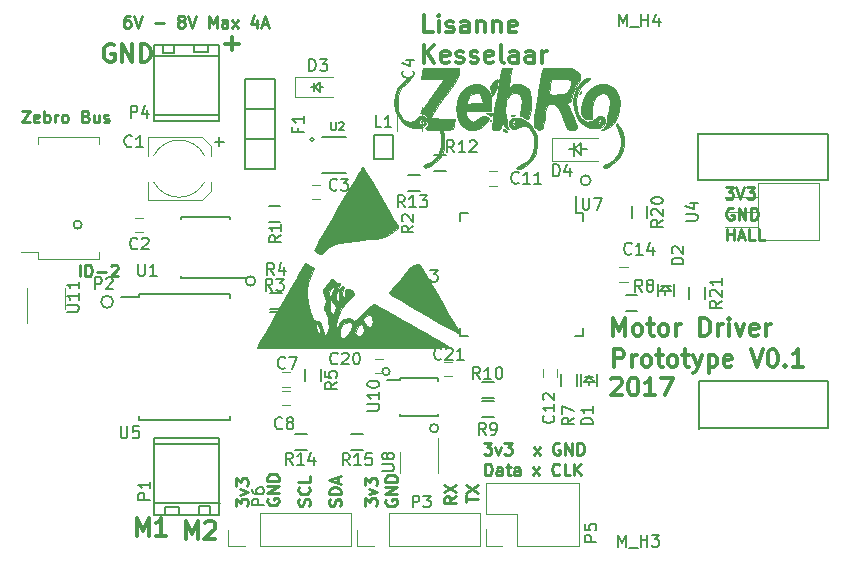
<source format=gbr>
G04 #@! TF.FileFunction,Legend,Top*
%FSLAX46Y46*%
G04 Gerber Fmt 4.6, Leading zero omitted, Abs format (unit mm)*
G04 Created by KiCad (PCBNEW 4.0.4-stable) date 02/07/17 14:21:35*
%MOMM*%
%LPD*%
G01*
G04 APERTURE LIST*
%ADD10C,0.100000*%
%ADD11C,0.250000*%
%ADD12C,0.200000*%
%ADD13C,0.300000*%
%ADD14C,0.150000*%
%ADD15C,0.120000*%
%ADD16C,0.010000*%
G04 APERTURE END LIST*
D10*
D11*
X92564762Y-83882381D02*
X92564762Y-82882381D01*
X93040952Y-83882381D02*
X93040952Y-82882381D01*
X93279047Y-82882381D01*
X93421905Y-82930000D01*
X93517143Y-83025238D01*
X93564762Y-83120476D01*
X93612381Y-83310952D01*
X93612381Y-83453810D01*
X93564762Y-83644286D01*
X93517143Y-83739524D01*
X93421905Y-83834762D01*
X93279047Y-83882381D01*
X93040952Y-83882381D01*
X94040952Y-83501429D02*
X94802857Y-83501429D01*
X95231428Y-82977619D02*
X95279047Y-82930000D01*
X95374285Y-82882381D01*
X95612381Y-82882381D01*
X95707619Y-82930000D01*
X95755238Y-82977619D01*
X95802857Y-83072857D01*
X95802857Y-83168095D01*
X95755238Y-83310952D01*
X95183809Y-83882381D01*
X95802857Y-83882381D01*
X87665714Y-69842381D02*
X88332381Y-69842381D01*
X87665714Y-70842381D01*
X88332381Y-70842381D01*
X89094286Y-70794762D02*
X88999048Y-70842381D01*
X88808571Y-70842381D01*
X88713333Y-70794762D01*
X88665714Y-70699524D01*
X88665714Y-70318571D01*
X88713333Y-70223333D01*
X88808571Y-70175714D01*
X88999048Y-70175714D01*
X89094286Y-70223333D01*
X89141905Y-70318571D01*
X89141905Y-70413810D01*
X88665714Y-70509048D01*
X89570476Y-70842381D02*
X89570476Y-69842381D01*
X89570476Y-70223333D02*
X89665714Y-70175714D01*
X89856191Y-70175714D01*
X89951429Y-70223333D01*
X89999048Y-70270952D01*
X90046667Y-70366190D01*
X90046667Y-70651905D01*
X89999048Y-70747143D01*
X89951429Y-70794762D01*
X89856191Y-70842381D01*
X89665714Y-70842381D01*
X89570476Y-70794762D01*
X90475238Y-70842381D02*
X90475238Y-70175714D01*
X90475238Y-70366190D02*
X90522857Y-70270952D01*
X90570476Y-70223333D01*
X90665714Y-70175714D01*
X90760953Y-70175714D01*
X91237143Y-70842381D02*
X91141905Y-70794762D01*
X91094286Y-70747143D01*
X91046667Y-70651905D01*
X91046667Y-70366190D01*
X91094286Y-70270952D01*
X91141905Y-70223333D01*
X91237143Y-70175714D01*
X91380001Y-70175714D01*
X91475239Y-70223333D01*
X91522858Y-70270952D01*
X91570477Y-70366190D01*
X91570477Y-70651905D01*
X91522858Y-70747143D01*
X91475239Y-70794762D01*
X91380001Y-70842381D01*
X91237143Y-70842381D01*
X93094287Y-70318571D02*
X93237144Y-70366190D01*
X93284763Y-70413810D01*
X93332382Y-70509048D01*
X93332382Y-70651905D01*
X93284763Y-70747143D01*
X93237144Y-70794762D01*
X93141906Y-70842381D01*
X92760953Y-70842381D01*
X92760953Y-69842381D01*
X93094287Y-69842381D01*
X93189525Y-69890000D01*
X93237144Y-69937619D01*
X93284763Y-70032857D01*
X93284763Y-70128095D01*
X93237144Y-70223333D01*
X93189525Y-70270952D01*
X93094287Y-70318571D01*
X92760953Y-70318571D01*
X94189525Y-70175714D02*
X94189525Y-70842381D01*
X93760953Y-70175714D02*
X93760953Y-70699524D01*
X93808572Y-70794762D01*
X93903810Y-70842381D01*
X94046668Y-70842381D01*
X94141906Y-70794762D01*
X94189525Y-70747143D01*
X94618096Y-70794762D02*
X94713334Y-70842381D01*
X94903810Y-70842381D01*
X94999049Y-70794762D01*
X95046668Y-70699524D01*
X95046668Y-70651905D01*
X94999049Y-70556667D01*
X94903810Y-70509048D01*
X94760953Y-70509048D01*
X94665715Y-70461429D01*
X94618096Y-70366190D01*
X94618096Y-70318571D01*
X94665715Y-70223333D01*
X94760953Y-70175714D01*
X94903810Y-70175714D01*
X94999049Y-70223333D01*
X147272857Y-76322381D02*
X147891905Y-76322381D01*
X147558571Y-76703333D01*
X147701429Y-76703333D01*
X147796667Y-76750952D01*
X147844286Y-76798571D01*
X147891905Y-76893810D01*
X147891905Y-77131905D01*
X147844286Y-77227143D01*
X147796667Y-77274762D01*
X147701429Y-77322381D01*
X147415714Y-77322381D01*
X147320476Y-77274762D01*
X147272857Y-77227143D01*
X148177619Y-76322381D02*
X148510952Y-77322381D01*
X148844286Y-76322381D01*
X149082381Y-76322381D02*
X149701429Y-76322381D01*
X149368095Y-76703333D01*
X149510953Y-76703333D01*
X149606191Y-76750952D01*
X149653810Y-76798571D01*
X149701429Y-76893810D01*
X149701429Y-77131905D01*
X149653810Y-77227143D01*
X149606191Y-77274762D01*
X149510953Y-77322381D01*
X149225238Y-77322381D01*
X149130000Y-77274762D01*
X149082381Y-77227143D01*
X147891905Y-78120000D02*
X147796667Y-78072381D01*
X147653810Y-78072381D01*
X147510952Y-78120000D01*
X147415714Y-78215238D01*
X147368095Y-78310476D01*
X147320476Y-78500952D01*
X147320476Y-78643810D01*
X147368095Y-78834286D01*
X147415714Y-78929524D01*
X147510952Y-79024762D01*
X147653810Y-79072381D01*
X147749048Y-79072381D01*
X147891905Y-79024762D01*
X147939524Y-78977143D01*
X147939524Y-78643810D01*
X147749048Y-78643810D01*
X148368095Y-79072381D02*
X148368095Y-78072381D01*
X148939524Y-79072381D01*
X148939524Y-78072381D01*
X149415714Y-79072381D02*
X149415714Y-78072381D01*
X149653809Y-78072381D01*
X149796667Y-78120000D01*
X149891905Y-78215238D01*
X149939524Y-78310476D01*
X149987143Y-78500952D01*
X149987143Y-78643810D01*
X149939524Y-78834286D01*
X149891905Y-78929524D01*
X149796667Y-79024762D01*
X149653809Y-79072381D01*
X149415714Y-79072381D01*
X147368095Y-80822381D02*
X147368095Y-79822381D01*
X147368095Y-80298571D02*
X147939524Y-80298571D01*
X147939524Y-80822381D02*
X147939524Y-79822381D01*
X148368095Y-80536667D02*
X148844286Y-80536667D01*
X148272857Y-80822381D02*
X148606190Y-79822381D01*
X148939524Y-80822381D01*
X149749048Y-80822381D02*
X149272857Y-80822381D01*
X149272857Y-79822381D01*
X150558572Y-80822381D02*
X150082381Y-80822381D01*
X150082381Y-79822381D01*
D12*
X135500000Y-73120000D02*
X135500000Y-73110000D01*
X135050000Y-73120000D02*
X135500000Y-73120000D01*
X134510000Y-73120000D02*
X134410000Y-73120000D01*
X134980000Y-73590000D02*
X134510000Y-73120000D01*
X134980000Y-73480000D02*
X134980000Y-73590000D01*
X134980000Y-72570000D02*
X134980000Y-73480000D01*
X134440000Y-73110000D02*
X134980000Y-72570000D01*
X134030000Y-73120000D02*
X134030000Y-73130000D01*
X134440000Y-73120000D02*
X134030000Y-73120000D01*
X134440000Y-73640000D02*
X134440000Y-73120000D01*
X134440000Y-72590000D02*
X134440000Y-73640000D01*
D11*
X125272381Y-102984762D02*
X125272381Y-102413333D01*
X126272381Y-102699048D02*
X125272381Y-102699048D01*
X125272381Y-102175238D02*
X126272381Y-101508571D01*
X125272381Y-101508571D02*
X126272381Y-102175238D01*
X124442381Y-102496666D02*
X123966190Y-102830000D01*
X124442381Y-103068095D02*
X123442381Y-103068095D01*
X123442381Y-102687142D01*
X123490000Y-102591904D01*
X123537619Y-102544285D01*
X123632857Y-102496666D01*
X123775714Y-102496666D01*
X123870952Y-102544285D01*
X123918571Y-102591904D01*
X123966190Y-102687142D01*
X123966190Y-103068095D01*
X123442381Y-102163333D02*
X124442381Y-101496666D01*
X123442381Y-101496666D02*
X124442381Y-102163333D01*
X126812857Y-97967381D02*
X127431905Y-97967381D01*
X127098571Y-98348333D01*
X127241429Y-98348333D01*
X127336667Y-98395952D01*
X127384286Y-98443571D01*
X127431905Y-98538810D01*
X127431905Y-98776905D01*
X127384286Y-98872143D01*
X127336667Y-98919762D01*
X127241429Y-98967381D01*
X126955714Y-98967381D01*
X126860476Y-98919762D01*
X126812857Y-98872143D01*
X127765238Y-98300714D02*
X128003333Y-98967381D01*
X128241429Y-98300714D01*
X128527143Y-97967381D02*
X129146191Y-97967381D01*
X128812857Y-98348333D01*
X128955715Y-98348333D01*
X129050953Y-98395952D01*
X129098572Y-98443571D01*
X129146191Y-98538810D01*
X129146191Y-98776905D01*
X129098572Y-98872143D01*
X129050953Y-98919762D01*
X128955715Y-98967381D01*
X128670000Y-98967381D01*
X128574762Y-98919762D01*
X128527143Y-98872143D01*
X131003334Y-98967381D02*
X131527144Y-98300714D01*
X131003334Y-98300714D02*
X131527144Y-98967381D01*
X133193811Y-98015000D02*
X133098573Y-97967381D01*
X132955716Y-97967381D01*
X132812858Y-98015000D01*
X132717620Y-98110238D01*
X132670001Y-98205476D01*
X132622382Y-98395952D01*
X132622382Y-98538810D01*
X132670001Y-98729286D01*
X132717620Y-98824524D01*
X132812858Y-98919762D01*
X132955716Y-98967381D01*
X133050954Y-98967381D01*
X133193811Y-98919762D01*
X133241430Y-98872143D01*
X133241430Y-98538810D01*
X133050954Y-98538810D01*
X133670001Y-98967381D02*
X133670001Y-97967381D01*
X134241430Y-98967381D01*
X134241430Y-97967381D01*
X134717620Y-98967381D02*
X134717620Y-97967381D01*
X134955715Y-97967381D01*
X135098573Y-98015000D01*
X135193811Y-98110238D01*
X135241430Y-98205476D01*
X135289049Y-98395952D01*
X135289049Y-98538810D01*
X135241430Y-98729286D01*
X135193811Y-98824524D01*
X135098573Y-98919762D01*
X134955715Y-98967381D01*
X134717620Y-98967381D01*
X126908095Y-100717381D02*
X126908095Y-99717381D01*
X127146190Y-99717381D01*
X127289048Y-99765000D01*
X127384286Y-99860238D01*
X127431905Y-99955476D01*
X127479524Y-100145952D01*
X127479524Y-100288810D01*
X127431905Y-100479286D01*
X127384286Y-100574524D01*
X127289048Y-100669762D01*
X127146190Y-100717381D01*
X126908095Y-100717381D01*
X128336667Y-100717381D02*
X128336667Y-100193571D01*
X128289048Y-100098333D01*
X128193810Y-100050714D01*
X128003333Y-100050714D01*
X127908095Y-100098333D01*
X128336667Y-100669762D02*
X128241429Y-100717381D01*
X128003333Y-100717381D01*
X127908095Y-100669762D01*
X127860476Y-100574524D01*
X127860476Y-100479286D01*
X127908095Y-100384048D01*
X128003333Y-100336429D01*
X128241429Y-100336429D01*
X128336667Y-100288810D01*
X128670000Y-100050714D02*
X129050952Y-100050714D01*
X128812857Y-99717381D02*
X128812857Y-100574524D01*
X128860476Y-100669762D01*
X128955714Y-100717381D01*
X129050952Y-100717381D01*
X129812858Y-100717381D02*
X129812858Y-100193571D01*
X129765239Y-100098333D01*
X129670001Y-100050714D01*
X129479524Y-100050714D01*
X129384286Y-100098333D01*
X129812858Y-100669762D02*
X129717620Y-100717381D01*
X129479524Y-100717381D01*
X129384286Y-100669762D01*
X129336667Y-100574524D01*
X129336667Y-100479286D01*
X129384286Y-100384048D01*
X129479524Y-100336429D01*
X129717620Y-100336429D01*
X129812858Y-100288810D01*
X130955715Y-100717381D02*
X131479525Y-100050714D01*
X130955715Y-100050714D02*
X131479525Y-100717381D01*
X133193811Y-100622143D02*
X133146192Y-100669762D01*
X133003335Y-100717381D01*
X132908097Y-100717381D01*
X132765239Y-100669762D01*
X132670001Y-100574524D01*
X132622382Y-100479286D01*
X132574763Y-100288810D01*
X132574763Y-100145952D01*
X132622382Y-99955476D01*
X132670001Y-99860238D01*
X132765239Y-99765000D01*
X132908097Y-99717381D01*
X133003335Y-99717381D01*
X133146192Y-99765000D01*
X133193811Y-99812619D01*
X134098573Y-100717381D02*
X133622382Y-100717381D01*
X133622382Y-99717381D01*
X134431906Y-100717381D02*
X134431906Y-99717381D01*
X135003335Y-100717381D02*
X134574763Y-100145952D01*
X135003335Y-99717381D02*
X134431906Y-100288810D01*
X116742381Y-103280476D02*
X116742381Y-102661428D01*
X117123333Y-102994762D01*
X117123333Y-102851904D01*
X117170952Y-102756666D01*
X117218571Y-102709047D01*
X117313810Y-102661428D01*
X117551905Y-102661428D01*
X117647143Y-102709047D01*
X117694762Y-102756666D01*
X117742381Y-102851904D01*
X117742381Y-103137619D01*
X117694762Y-103232857D01*
X117647143Y-103280476D01*
X117075714Y-102328095D02*
X117742381Y-102090000D01*
X117075714Y-101851904D01*
X116742381Y-101566190D02*
X116742381Y-100947142D01*
X117123333Y-101280476D01*
X117123333Y-101137618D01*
X117170952Y-101042380D01*
X117218571Y-100994761D01*
X117313810Y-100947142D01*
X117551905Y-100947142D01*
X117647143Y-100994761D01*
X117694762Y-101042380D01*
X117742381Y-101137618D01*
X117742381Y-101423333D01*
X117694762Y-101518571D01*
X117647143Y-101566190D01*
X118500000Y-102771904D02*
X118452381Y-102867142D01*
X118452381Y-103009999D01*
X118500000Y-103152857D01*
X118595238Y-103248095D01*
X118690476Y-103295714D01*
X118880952Y-103343333D01*
X119023810Y-103343333D01*
X119214286Y-103295714D01*
X119309524Y-103248095D01*
X119404762Y-103152857D01*
X119452381Y-103009999D01*
X119452381Y-102914761D01*
X119404762Y-102771904D01*
X119357143Y-102724285D01*
X119023810Y-102724285D01*
X119023810Y-102914761D01*
X119452381Y-102295714D02*
X118452381Y-102295714D01*
X119452381Y-101724285D01*
X118452381Y-101724285D01*
X119452381Y-101248095D02*
X118452381Y-101248095D01*
X118452381Y-101010000D01*
X118500000Y-100867142D01*
X118595238Y-100771904D01*
X118690476Y-100724285D01*
X118880952Y-100676666D01*
X119023810Y-100676666D01*
X119214286Y-100724285D01*
X119309524Y-100771904D01*
X119404762Y-100867142D01*
X119452381Y-101010000D01*
X119452381Y-101248095D01*
X114654762Y-103304286D02*
X114702381Y-103161429D01*
X114702381Y-102923333D01*
X114654762Y-102828095D01*
X114607143Y-102780476D01*
X114511905Y-102732857D01*
X114416667Y-102732857D01*
X114321429Y-102780476D01*
X114273810Y-102828095D01*
X114226190Y-102923333D01*
X114178571Y-103113810D01*
X114130952Y-103209048D01*
X114083333Y-103256667D01*
X113988095Y-103304286D01*
X113892857Y-103304286D01*
X113797619Y-103256667D01*
X113750000Y-103209048D01*
X113702381Y-103113810D01*
X113702381Y-102875714D01*
X113750000Y-102732857D01*
X114702381Y-102304286D02*
X113702381Y-102304286D01*
X113702381Y-102066191D01*
X113750000Y-101923333D01*
X113845238Y-101828095D01*
X113940476Y-101780476D01*
X114130952Y-101732857D01*
X114273810Y-101732857D01*
X114464286Y-101780476D01*
X114559524Y-101828095D01*
X114654762Y-101923333D01*
X114702381Y-102066191D01*
X114702381Y-102304286D01*
X114416667Y-101351905D02*
X114416667Y-100875714D01*
X114702381Y-101447143D02*
X113702381Y-101113810D01*
X114702381Y-100780476D01*
X112024762Y-103280476D02*
X112072381Y-103137619D01*
X112072381Y-102899523D01*
X112024762Y-102804285D01*
X111977143Y-102756666D01*
X111881905Y-102709047D01*
X111786667Y-102709047D01*
X111691429Y-102756666D01*
X111643810Y-102804285D01*
X111596190Y-102899523D01*
X111548571Y-103090000D01*
X111500952Y-103185238D01*
X111453333Y-103232857D01*
X111358095Y-103280476D01*
X111262857Y-103280476D01*
X111167619Y-103232857D01*
X111120000Y-103185238D01*
X111072381Y-103090000D01*
X111072381Y-102851904D01*
X111120000Y-102709047D01*
X111977143Y-101709047D02*
X112024762Y-101756666D01*
X112072381Y-101899523D01*
X112072381Y-101994761D01*
X112024762Y-102137619D01*
X111929524Y-102232857D01*
X111834286Y-102280476D01*
X111643810Y-102328095D01*
X111500952Y-102328095D01*
X111310476Y-102280476D01*
X111215238Y-102232857D01*
X111120000Y-102137619D01*
X111072381Y-101994761D01*
X111072381Y-101899523D01*
X111120000Y-101756666D01*
X111167619Y-101709047D01*
X112072381Y-100804285D02*
X112072381Y-101280476D01*
X111072381Y-101280476D01*
X108490000Y-102691904D02*
X108442381Y-102787142D01*
X108442381Y-102929999D01*
X108490000Y-103072857D01*
X108585238Y-103168095D01*
X108680476Y-103215714D01*
X108870952Y-103263333D01*
X109013810Y-103263333D01*
X109204286Y-103215714D01*
X109299524Y-103168095D01*
X109394762Y-103072857D01*
X109442381Y-102929999D01*
X109442381Y-102834761D01*
X109394762Y-102691904D01*
X109347143Y-102644285D01*
X109013810Y-102644285D01*
X109013810Y-102834761D01*
X109442381Y-102215714D02*
X108442381Y-102215714D01*
X109442381Y-101644285D01*
X108442381Y-101644285D01*
X109442381Y-101168095D02*
X108442381Y-101168095D01*
X108442381Y-100930000D01*
X108490000Y-100787142D01*
X108585238Y-100691904D01*
X108680476Y-100644285D01*
X108870952Y-100596666D01*
X109013810Y-100596666D01*
X109204286Y-100644285D01*
X109299524Y-100691904D01*
X109394762Y-100787142D01*
X109442381Y-100930000D01*
X109442381Y-101168095D01*
X105822381Y-103310476D02*
X105822381Y-102691428D01*
X106203333Y-103024762D01*
X106203333Y-102881904D01*
X106250952Y-102786666D01*
X106298571Y-102739047D01*
X106393810Y-102691428D01*
X106631905Y-102691428D01*
X106727143Y-102739047D01*
X106774762Y-102786666D01*
X106822381Y-102881904D01*
X106822381Y-103167619D01*
X106774762Y-103262857D01*
X106727143Y-103310476D01*
X106155714Y-102358095D02*
X106822381Y-102120000D01*
X106155714Y-101881904D01*
X105822381Y-101596190D02*
X105822381Y-100977142D01*
X106203333Y-101310476D01*
X106203333Y-101167618D01*
X106250952Y-101072380D01*
X106298571Y-101024761D01*
X106393810Y-100977142D01*
X106631905Y-100977142D01*
X106727143Y-101024761D01*
X106774762Y-101072380D01*
X106822381Y-101167618D01*
X106822381Y-101453333D01*
X106774762Y-101548571D01*
X106727143Y-101596190D01*
D12*
X145010000Y-96700000D02*
X145010000Y-96730000D01*
X155950000Y-96700000D02*
X145010000Y-96700000D01*
X155950000Y-92710000D02*
X155950000Y-96700000D01*
X145010000Y-92710000D02*
X155950000Y-92710000D01*
X145010000Y-96780000D02*
X145010000Y-92710000D01*
X144980000Y-71790000D02*
X144980000Y-71770000D01*
X155920000Y-71790000D02*
X144980000Y-71790000D01*
X155920000Y-75750000D02*
X155920000Y-71790000D01*
X144960000Y-75750000D02*
X155920000Y-75750000D01*
X144960000Y-71710000D02*
X144960000Y-75750000D01*
D13*
X137598572Y-92591429D02*
X137670001Y-92520000D01*
X137812858Y-92448571D01*
X138170001Y-92448571D01*
X138312858Y-92520000D01*
X138384287Y-92591429D01*
X138455715Y-92734286D01*
X138455715Y-92877143D01*
X138384287Y-93091429D01*
X137527144Y-93948571D01*
X138455715Y-93948571D01*
X139384286Y-92448571D02*
X139527143Y-92448571D01*
X139670000Y-92520000D01*
X139741429Y-92591429D01*
X139812858Y-92734286D01*
X139884286Y-93020000D01*
X139884286Y-93377143D01*
X139812858Y-93662857D01*
X139741429Y-93805714D01*
X139670000Y-93877143D01*
X139527143Y-93948571D01*
X139384286Y-93948571D01*
X139241429Y-93877143D01*
X139170000Y-93805714D01*
X139098572Y-93662857D01*
X139027143Y-93377143D01*
X139027143Y-93020000D01*
X139098572Y-92734286D01*
X139170000Y-92591429D01*
X139241429Y-92520000D01*
X139384286Y-92448571D01*
X141312857Y-93948571D02*
X140455714Y-93948571D01*
X140884286Y-93948571D02*
X140884286Y-92448571D01*
X140741429Y-92662857D01*
X140598571Y-92805714D01*
X140455714Y-92877143D01*
X141812857Y-92448571D02*
X142812857Y-92448571D01*
X142170000Y-93948571D01*
X101565715Y-106078571D02*
X101565715Y-104578571D01*
X102065715Y-105650000D01*
X102565715Y-104578571D01*
X102565715Y-106078571D01*
X103208572Y-104721429D02*
X103280001Y-104650000D01*
X103422858Y-104578571D01*
X103780001Y-104578571D01*
X103922858Y-104650000D01*
X103994287Y-104721429D01*
X104065715Y-104864286D01*
X104065715Y-105007143D01*
X103994287Y-105221429D01*
X103137144Y-106078571D01*
X104065715Y-106078571D01*
X97415715Y-105838571D02*
X97415715Y-104338571D01*
X97915715Y-105410000D01*
X98415715Y-104338571D01*
X98415715Y-105838571D01*
X99915715Y-105838571D02*
X99058572Y-105838571D01*
X99487144Y-105838571D02*
X99487144Y-104338571D01*
X99344287Y-104552857D01*
X99201429Y-104695714D01*
X99058572Y-104767143D01*
X95457143Y-64290000D02*
X95314286Y-64218571D01*
X95100000Y-64218571D01*
X94885715Y-64290000D01*
X94742857Y-64432857D01*
X94671429Y-64575714D01*
X94600000Y-64861429D01*
X94600000Y-65075714D01*
X94671429Y-65361429D01*
X94742857Y-65504286D01*
X94885715Y-65647143D01*
X95100000Y-65718571D01*
X95242857Y-65718571D01*
X95457143Y-65647143D01*
X95528572Y-65575714D01*
X95528572Y-65075714D01*
X95242857Y-65075714D01*
X96171429Y-65718571D02*
X96171429Y-64218571D01*
X97028572Y-65718571D01*
X97028572Y-64218571D01*
X97742858Y-65718571D02*
X97742858Y-64218571D01*
X98100001Y-64218571D01*
X98314286Y-64290000D01*
X98457144Y-64432857D01*
X98528572Y-64575714D01*
X98600001Y-64861429D01*
X98600001Y-65075714D01*
X98528572Y-65361429D01*
X98457144Y-65504286D01*
X98314286Y-65647143D01*
X98100001Y-65718571D01*
X97742858Y-65718571D01*
X104888572Y-64177143D02*
X106031429Y-64177143D01*
X105460000Y-64748571D02*
X105460000Y-63605714D01*
X137767143Y-88908571D02*
X137767143Y-87408571D01*
X138267143Y-88480000D01*
X138767143Y-87408571D01*
X138767143Y-88908571D01*
X139695715Y-88908571D02*
X139552857Y-88837143D01*
X139481429Y-88765714D01*
X139410000Y-88622857D01*
X139410000Y-88194286D01*
X139481429Y-88051429D01*
X139552857Y-87980000D01*
X139695715Y-87908571D01*
X139910000Y-87908571D01*
X140052857Y-87980000D01*
X140124286Y-88051429D01*
X140195715Y-88194286D01*
X140195715Y-88622857D01*
X140124286Y-88765714D01*
X140052857Y-88837143D01*
X139910000Y-88908571D01*
X139695715Y-88908571D01*
X140624286Y-87908571D02*
X141195715Y-87908571D01*
X140838572Y-87408571D02*
X140838572Y-88694286D01*
X140910000Y-88837143D01*
X141052858Y-88908571D01*
X141195715Y-88908571D01*
X141910001Y-88908571D02*
X141767143Y-88837143D01*
X141695715Y-88765714D01*
X141624286Y-88622857D01*
X141624286Y-88194286D01*
X141695715Y-88051429D01*
X141767143Y-87980000D01*
X141910001Y-87908571D01*
X142124286Y-87908571D01*
X142267143Y-87980000D01*
X142338572Y-88051429D01*
X142410001Y-88194286D01*
X142410001Y-88622857D01*
X142338572Y-88765714D01*
X142267143Y-88837143D01*
X142124286Y-88908571D01*
X141910001Y-88908571D01*
X143052858Y-88908571D02*
X143052858Y-87908571D01*
X143052858Y-88194286D02*
X143124286Y-88051429D01*
X143195715Y-87980000D01*
X143338572Y-87908571D01*
X143481429Y-87908571D01*
X145124286Y-88908571D02*
X145124286Y-87408571D01*
X145481429Y-87408571D01*
X145695714Y-87480000D01*
X145838572Y-87622857D01*
X145910000Y-87765714D01*
X145981429Y-88051429D01*
X145981429Y-88265714D01*
X145910000Y-88551429D01*
X145838572Y-88694286D01*
X145695714Y-88837143D01*
X145481429Y-88908571D01*
X145124286Y-88908571D01*
X146624286Y-88908571D02*
X146624286Y-87908571D01*
X146624286Y-88194286D02*
X146695714Y-88051429D01*
X146767143Y-87980000D01*
X146910000Y-87908571D01*
X147052857Y-87908571D01*
X147552857Y-88908571D02*
X147552857Y-87908571D01*
X147552857Y-87408571D02*
X147481428Y-87480000D01*
X147552857Y-87551429D01*
X147624285Y-87480000D01*
X147552857Y-87408571D01*
X147552857Y-87551429D01*
X148124286Y-87908571D02*
X148481429Y-88908571D01*
X148838571Y-87908571D01*
X149981428Y-88837143D02*
X149838571Y-88908571D01*
X149552857Y-88908571D01*
X149410000Y-88837143D01*
X149338571Y-88694286D01*
X149338571Y-88122857D01*
X149410000Y-87980000D01*
X149552857Y-87908571D01*
X149838571Y-87908571D01*
X149981428Y-87980000D01*
X150052857Y-88122857D01*
X150052857Y-88265714D01*
X149338571Y-88408571D01*
X150695714Y-88908571D02*
X150695714Y-87908571D01*
X150695714Y-88194286D02*
X150767142Y-88051429D01*
X150838571Y-87980000D01*
X150981428Y-87908571D01*
X151124285Y-87908571D01*
X122461429Y-63223571D02*
X121747143Y-63223571D01*
X121747143Y-61723571D01*
X122961429Y-63223571D02*
X122961429Y-62223571D01*
X122961429Y-61723571D02*
X122890000Y-61795000D01*
X122961429Y-61866429D01*
X123032857Y-61795000D01*
X122961429Y-61723571D01*
X122961429Y-61866429D01*
X123604286Y-63152143D02*
X123747143Y-63223571D01*
X124032858Y-63223571D01*
X124175715Y-63152143D01*
X124247143Y-63009286D01*
X124247143Y-62937857D01*
X124175715Y-62795000D01*
X124032858Y-62723571D01*
X123818572Y-62723571D01*
X123675715Y-62652143D01*
X123604286Y-62509286D01*
X123604286Y-62437857D01*
X123675715Y-62295000D01*
X123818572Y-62223571D01*
X124032858Y-62223571D01*
X124175715Y-62295000D01*
X125532858Y-63223571D02*
X125532858Y-62437857D01*
X125461429Y-62295000D01*
X125318572Y-62223571D01*
X125032858Y-62223571D01*
X124890001Y-62295000D01*
X125532858Y-63152143D02*
X125390001Y-63223571D01*
X125032858Y-63223571D01*
X124890001Y-63152143D01*
X124818572Y-63009286D01*
X124818572Y-62866429D01*
X124890001Y-62723571D01*
X125032858Y-62652143D01*
X125390001Y-62652143D01*
X125532858Y-62580714D01*
X126247144Y-62223571D02*
X126247144Y-63223571D01*
X126247144Y-62366429D02*
X126318572Y-62295000D01*
X126461430Y-62223571D01*
X126675715Y-62223571D01*
X126818572Y-62295000D01*
X126890001Y-62437857D01*
X126890001Y-63223571D01*
X127604287Y-62223571D02*
X127604287Y-63223571D01*
X127604287Y-62366429D02*
X127675715Y-62295000D01*
X127818573Y-62223571D01*
X128032858Y-62223571D01*
X128175715Y-62295000D01*
X128247144Y-62437857D01*
X128247144Y-63223571D01*
X129532858Y-63152143D02*
X129390001Y-63223571D01*
X129104287Y-63223571D01*
X128961430Y-63152143D01*
X128890001Y-63009286D01*
X128890001Y-62437857D01*
X128961430Y-62295000D01*
X129104287Y-62223571D01*
X129390001Y-62223571D01*
X129532858Y-62295000D01*
X129604287Y-62437857D01*
X129604287Y-62580714D01*
X128890001Y-62723571D01*
X121747143Y-65773571D02*
X121747143Y-64273571D01*
X122604286Y-65773571D02*
X121961429Y-64916429D01*
X122604286Y-64273571D02*
X121747143Y-65130714D01*
X123818571Y-65702143D02*
X123675714Y-65773571D01*
X123390000Y-65773571D01*
X123247143Y-65702143D01*
X123175714Y-65559286D01*
X123175714Y-64987857D01*
X123247143Y-64845000D01*
X123390000Y-64773571D01*
X123675714Y-64773571D01*
X123818571Y-64845000D01*
X123890000Y-64987857D01*
X123890000Y-65130714D01*
X123175714Y-65273571D01*
X124461428Y-65702143D02*
X124604285Y-65773571D01*
X124890000Y-65773571D01*
X125032857Y-65702143D01*
X125104285Y-65559286D01*
X125104285Y-65487857D01*
X125032857Y-65345000D01*
X124890000Y-65273571D01*
X124675714Y-65273571D01*
X124532857Y-65202143D01*
X124461428Y-65059286D01*
X124461428Y-64987857D01*
X124532857Y-64845000D01*
X124675714Y-64773571D01*
X124890000Y-64773571D01*
X125032857Y-64845000D01*
X125675714Y-65702143D02*
X125818571Y-65773571D01*
X126104286Y-65773571D01*
X126247143Y-65702143D01*
X126318571Y-65559286D01*
X126318571Y-65487857D01*
X126247143Y-65345000D01*
X126104286Y-65273571D01*
X125890000Y-65273571D01*
X125747143Y-65202143D01*
X125675714Y-65059286D01*
X125675714Y-64987857D01*
X125747143Y-64845000D01*
X125890000Y-64773571D01*
X126104286Y-64773571D01*
X126247143Y-64845000D01*
X127532857Y-65702143D02*
X127390000Y-65773571D01*
X127104286Y-65773571D01*
X126961429Y-65702143D01*
X126890000Y-65559286D01*
X126890000Y-64987857D01*
X126961429Y-64845000D01*
X127104286Y-64773571D01*
X127390000Y-64773571D01*
X127532857Y-64845000D01*
X127604286Y-64987857D01*
X127604286Y-65130714D01*
X126890000Y-65273571D01*
X128461429Y-65773571D02*
X128318571Y-65702143D01*
X128247143Y-65559286D01*
X128247143Y-64273571D01*
X129675714Y-65773571D02*
X129675714Y-64987857D01*
X129604285Y-64845000D01*
X129461428Y-64773571D01*
X129175714Y-64773571D01*
X129032857Y-64845000D01*
X129675714Y-65702143D02*
X129532857Y-65773571D01*
X129175714Y-65773571D01*
X129032857Y-65702143D01*
X128961428Y-65559286D01*
X128961428Y-65416429D01*
X129032857Y-65273571D01*
X129175714Y-65202143D01*
X129532857Y-65202143D01*
X129675714Y-65130714D01*
X131032857Y-65773571D02*
X131032857Y-64987857D01*
X130961428Y-64845000D01*
X130818571Y-64773571D01*
X130532857Y-64773571D01*
X130390000Y-64845000D01*
X131032857Y-65702143D02*
X130890000Y-65773571D01*
X130532857Y-65773571D01*
X130390000Y-65702143D01*
X130318571Y-65559286D01*
X130318571Y-65416429D01*
X130390000Y-65273571D01*
X130532857Y-65202143D01*
X130890000Y-65202143D01*
X131032857Y-65130714D01*
X131747143Y-65773571D02*
X131747143Y-64773571D01*
X131747143Y-65059286D02*
X131818571Y-64916429D01*
X131890000Y-64845000D01*
X132032857Y-64773571D01*
X132175714Y-64773571D01*
D12*
X135710000Y-92220000D02*
X135700000Y-92220000D01*
X135710000Y-92390000D02*
X135710000Y-92220000D01*
X135720000Y-92880000D02*
X135720000Y-93060000D01*
X135780000Y-92440000D02*
X135650000Y-92440000D01*
X136170000Y-92830000D02*
X135780000Y-92440000D01*
X135260000Y-92830000D02*
X136170000Y-92830000D01*
X135670000Y-92420000D02*
X135260000Y-92830000D01*
X136010000Y-92420000D02*
X135670000Y-92420000D01*
X135320000Y-92420000D02*
X136010000Y-92420000D01*
X142170000Y-85180000D02*
X142170000Y-85440000D01*
X142210000Y-84670000D02*
X142160000Y-84670000D01*
X142660000Y-85120000D02*
X142210000Y-84670000D01*
X141720000Y-85120000D02*
X142660000Y-85120000D01*
X142170000Y-84670000D02*
X141720000Y-85120000D01*
X142620000Y-84670000D02*
X142610000Y-84670000D01*
X141830000Y-84670000D02*
X142620000Y-84670000D01*
X112380000Y-67830000D02*
X112130000Y-67830000D01*
X112980000Y-67870000D02*
X113190000Y-67870000D01*
X112500000Y-67830000D02*
X112380000Y-67830000D01*
X112900000Y-68230000D02*
X112500000Y-67830000D01*
X112900000Y-67380000D02*
X112900000Y-68230000D01*
X112460000Y-67820000D02*
X112900000Y-67380000D01*
X112440000Y-67510000D02*
X112440000Y-68170000D01*
X92747131Y-79490000D02*
G75*
G03X92747131Y-79490000I-347131J0D01*
G01*
X122933836Y-96730000D02*
G75*
G03X122933836Y-96730000I-353836J0D01*
G01*
X118835576Y-91930000D02*
G75*
G03X118835576Y-91930000I-325576J0D01*
G01*
X135836380Y-75750000D02*
G75*
G03X135836380Y-75750000I-426380J0D01*
G01*
X95400882Y-86030000D02*
G75*
G03X95400882Y-86030000I-510882J0D01*
G01*
X107440000Y-84260000D02*
G75*
G03X107440000Y-84260000I-400000J0D01*
G01*
D11*
X96796667Y-61822381D02*
X96606190Y-61822381D01*
X96510952Y-61870000D01*
X96463333Y-61917619D01*
X96368095Y-62060476D01*
X96320476Y-62250952D01*
X96320476Y-62631905D01*
X96368095Y-62727143D01*
X96415714Y-62774762D01*
X96510952Y-62822381D01*
X96701429Y-62822381D01*
X96796667Y-62774762D01*
X96844286Y-62727143D01*
X96891905Y-62631905D01*
X96891905Y-62393810D01*
X96844286Y-62298571D01*
X96796667Y-62250952D01*
X96701429Y-62203333D01*
X96510952Y-62203333D01*
X96415714Y-62250952D01*
X96368095Y-62298571D01*
X96320476Y-62393810D01*
X97177619Y-61822381D02*
X97510952Y-62822381D01*
X97844286Y-61822381D01*
X98939524Y-62441429D02*
X99701429Y-62441429D01*
X101082381Y-62250952D02*
X100987143Y-62203333D01*
X100939524Y-62155714D01*
X100891905Y-62060476D01*
X100891905Y-62012857D01*
X100939524Y-61917619D01*
X100987143Y-61870000D01*
X101082381Y-61822381D01*
X101272858Y-61822381D01*
X101368096Y-61870000D01*
X101415715Y-61917619D01*
X101463334Y-62012857D01*
X101463334Y-62060476D01*
X101415715Y-62155714D01*
X101368096Y-62203333D01*
X101272858Y-62250952D01*
X101082381Y-62250952D01*
X100987143Y-62298571D01*
X100939524Y-62346190D01*
X100891905Y-62441429D01*
X100891905Y-62631905D01*
X100939524Y-62727143D01*
X100987143Y-62774762D01*
X101082381Y-62822381D01*
X101272858Y-62822381D01*
X101368096Y-62774762D01*
X101415715Y-62727143D01*
X101463334Y-62631905D01*
X101463334Y-62441429D01*
X101415715Y-62346190D01*
X101368096Y-62298571D01*
X101272858Y-62250952D01*
X101749048Y-61822381D02*
X102082381Y-62822381D01*
X102415715Y-61822381D01*
X103510953Y-62822381D02*
X103510953Y-61822381D01*
X103844287Y-62536667D01*
X104177620Y-61822381D01*
X104177620Y-62822381D01*
X105082382Y-62822381D02*
X105082382Y-62298571D01*
X105034763Y-62203333D01*
X104939525Y-62155714D01*
X104749048Y-62155714D01*
X104653810Y-62203333D01*
X105082382Y-62774762D02*
X104987144Y-62822381D01*
X104749048Y-62822381D01*
X104653810Y-62774762D01*
X104606191Y-62679524D01*
X104606191Y-62584286D01*
X104653810Y-62489048D01*
X104749048Y-62441429D01*
X104987144Y-62441429D01*
X105082382Y-62393810D01*
X105463334Y-62822381D02*
X105987144Y-62155714D01*
X105463334Y-62155714D02*
X105987144Y-62822381D01*
X107558573Y-62155714D02*
X107558573Y-62822381D01*
X107320477Y-61774762D02*
X107082382Y-62489048D01*
X107701430Y-62489048D01*
X108034763Y-62536667D02*
X108510954Y-62536667D01*
X107939525Y-62822381D02*
X108272858Y-61822381D01*
X108606192Y-62822381D01*
D13*
X137817143Y-91538571D02*
X137817143Y-90038571D01*
X138388571Y-90038571D01*
X138531429Y-90110000D01*
X138602857Y-90181429D01*
X138674286Y-90324286D01*
X138674286Y-90538571D01*
X138602857Y-90681429D01*
X138531429Y-90752857D01*
X138388571Y-90824286D01*
X137817143Y-90824286D01*
X139317143Y-91538571D02*
X139317143Y-90538571D01*
X139317143Y-90824286D02*
X139388571Y-90681429D01*
X139460000Y-90610000D01*
X139602857Y-90538571D01*
X139745714Y-90538571D01*
X140460000Y-91538571D02*
X140317142Y-91467143D01*
X140245714Y-91395714D01*
X140174285Y-91252857D01*
X140174285Y-90824286D01*
X140245714Y-90681429D01*
X140317142Y-90610000D01*
X140460000Y-90538571D01*
X140674285Y-90538571D01*
X140817142Y-90610000D01*
X140888571Y-90681429D01*
X140960000Y-90824286D01*
X140960000Y-91252857D01*
X140888571Y-91395714D01*
X140817142Y-91467143D01*
X140674285Y-91538571D01*
X140460000Y-91538571D01*
X141388571Y-90538571D02*
X141960000Y-90538571D01*
X141602857Y-90038571D02*
X141602857Y-91324286D01*
X141674285Y-91467143D01*
X141817143Y-91538571D01*
X141960000Y-91538571D01*
X142674286Y-91538571D02*
X142531428Y-91467143D01*
X142460000Y-91395714D01*
X142388571Y-91252857D01*
X142388571Y-90824286D01*
X142460000Y-90681429D01*
X142531428Y-90610000D01*
X142674286Y-90538571D01*
X142888571Y-90538571D01*
X143031428Y-90610000D01*
X143102857Y-90681429D01*
X143174286Y-90824286D01*
X143174286Y-91252857D01*
X143102857Y-91395714D01*
X143031428Y-91467143D01*
X142888571Y-91538571D01*
X142674286Y-91538571D01*
X143602857Y-90538571D02*
X144174286Y-90538571D01*
X143817143Y-90038571D02*
X143817143Y-91324286D01*
X143888571Y-91467143D01*
X144031429Y-91538571D01*
X144174286Y-91538571D01*
X144531429Y-90538571D02*
X144888572Y-91538571D01*
X145245714Y-90538571D02*
X144888572Y-91538571D01*
X144745714Y-91895714D01*
X144674286Y-91967143D01*
X144531429Y-92038571D01*
X145817143Y-90538571D02*
X145817143Y-92038571D01*
X145817143Y-90610000D02*
X145960000Y-90538571D01*
X146245714Y-90538571D01*
X146388571Y-90610000D01*
X146460000Y-90681429D01*
X146531429Y-90824286D01*
X146531429Y-91252857D01*
X146460000Y-91395714D01*
X146388571Y-91467143D01*
X146245714Y-91538571D01*
X145960000Y-91538571D01*
X145817143Y-91467143D01*
X147745714Y-91467143D02*
X147602857Y-91538571D01*
X147317143Y-91538571D01*
X147174286Y-91467143D01*
X147102857Y-91324286D01*
X147102857Y-90752857D01*
X147174286Y-90610000D01*
X147317143Y-90538571D01*
X147602857Y-90538571D01*
X147745714Y-90610000D01*
X147817143Y-90752857D01*
X147817143Y-90895714D01*
X147102857Y-91038571D01*
X149388571Y-90038571D02*
X149888571Y-91538571D01*
X150388571Y-90038571D01*
X151174285Y-90038571D02*
X151317142Y-90038571D01*
X151459999Y-90110000D01*
X151531428Y-90181429D01*
X151602857Y-90324286D01*
X151674285Y-90610000D01*
X151674285Y-90967143D01*
X151602857Y-91252857D01*
X151531428Y-91395714D01*
X151459999Y-91467143D01*
X151317142Y-91538571D01*
X151174285Y-91538571D01*
X151031428Y-91467143D01*
X150959999Y-91395714D01*
X150888571Y-91252857D01*
X150817142Y-90967143D01*
X150817142Y-90610000D01*
X150888571Y-90324286D01*
X150959999Y-90181429D01*
X151031428Y-90110000D01*
X151174285Y-90038571D01*
X152317142Y-91395714D02*
X152388570Y-91467143D01*
X152317142Y-91538571D01*
X152245713Y-91467143D01*
X152317142Y-91395714D01*
X152317142Y-91538571D01*
X153817142Y-91538571D02*
X152959999Y-91538571D01*
X153388571Y-91538571D02*
X153388571Y-90038571D01*
X153245714Y-90252857D01*
X153102856Y-90395714D01*
X152959999Y-90467143D01*
D14*
X135165000Y-78550000D02*
X134565000Y-78550000D01*
X135165000Y-88900000D02*
X134495000Y-88900000D01*
X124815000Y-88900000D02*
X125485000Y-88900000D01*
X124815000Y-78550000D02*
X125485000Y-78550000D01*
X135165000Y-78550000D02*
X135165000Y-79220000D01*
X124815000Y-78550000D02*
X124815000Y-79220000D01*
X124815000Y-88900000D02*
X124815000Y-88230000D01*
X135165000Y-88900000D02*
X135165000Y-88230000D01*
X134565000Y-78550000D02*
X134565000Y-77075000D01*
D15*
X98325000Y-77435000D02*
X98325000Y-75885000D01*
X98325000Y-72105000D02*
X98325000Y-73655000D01*
X103665000Y-72865000D02*
X103665000Y-73655000D01*
X103665000Y-76675000D02*
X103665000Y-75885000D01*
X98325000Y-77435000D02*
X102905000Y-77435000D01*
X102905000Y-77435000D02*
X103665000Y-76675000D01*
X103665000Y-72865000D02*
X102905000Y-72105000D01*
X102905000Y-72105000D02*
X98325000Y-72105000D01*
X103141525Y-73648172D02*
G75*
G03X98845000Y-73655000I-2146525J-1096828D01*
G01*
X98849433Y-75893323D02*
G75*
G03X103145000Y-75885000I2145567J1148323D01*
G01*
X97970000Y-80145000D02*
X97270000Y-80145000D01*
X97270000Y-78945000D02*
X97970000Y-78945000D01*
X112245000Y-76155000D02*
X112945000Y-76155000D01*
X112945000Y-77355000D02*
X112245000Y-77355000D01*
X119470000Y-69555000D02*
X119470000Y-71555000D01*
X121520000Y-71555000D02*
X121520000Y-69555000D01*
X110715000Y-88225000D02*
X111415000Y-88225000D01*
X111415000Y-89425000D02*
X110715000Y-89425000D01*
X109675000Y-92005000D02*
X110375000Y-92005000D01*
X110375000Y-93205000D02*
X109675000Y-93205000D01*
X109685000Y-93555000D02*
X110385000Y-93555000D01*
X110385000Y-94755000D02*
X109685000Y-94755000D01*
X127940000Y-76190000D02*
X127240000Y-76190000D01*
X127240000Y-74990000D02*
X127940000Y-74990000D01*
X131785000Y-92435000D02*
X131785000Y-91735000D01*
X132985000Y-91735000D02*
X132985000Y-92435000D01*
X121275000Y-85165000D02*
X121975000Y-85165000D01*
X121975000Y-86365000D02*
X121275000Y-86365000D01*
X138965000Y-84315000D02*
X138265000Y-84315000D01*
X138265000Y-83115000D02*
X138965000Y-83115000D01*
D14*
X135020000Y-93165000D02*
X135020000Y-92165000D01*
X136370000Y-92165000D02*
X136370000Y-93165000D01*
X141530000Y-85515000D02*
X141530000Y-84515000D01*
X142880000Y-84515000D02*
X142880000Y-85515000D01*
D15*
X110845000Y-67020000D02*
X110845000Y-68720000D01*
X110845000Y-68720000D02*
X113995000Y-68720000D01*
X110845000Y-67020000D02*
X113995000Y-67020000D01*
D14*
X106550000Y-72240000D02*
X109090000Y-72240000D01*
X109090000Y-72240000D02*
X109090000Y-69700000D01*
X109090000Y-69700000D02*
X106550000Y-69700000D01*
X106550000Y-74780000D02*
X106550000Y-67160000D01*
X106550000Y-67160000D02*
X109090000Y-67160000D01*
X109090000Y-67160000D02*
X109090000Y-74780000D01*
X109090000Y-74780000D02*
X106550000Y-74780000D01*
X117505000Y-73905000D02*
X117505000Y-71905000D01*
X117505000Y-71905000D02*
X119105000Y-71905000D01*
X119105000Y-71905000D02*
X119105000Y-73905000D01*
X119105000Y-73905000D02*
X117505000Y-73905000D01*
X108575000Y-77920000D02*
X109575000Y-77920000D01*
X109575000Y-79270000D02*
X108575000Y-79270000D01*
X117920000Y-77745000D02*
X117920000Y-78745000D01*
X116570000Y-78745000D02*
X116570000Y-77745000D01*
X108700000Y-86855000D02*
X109700000Y-86855000D01*
X109700000Y-88205000D02*
X108700000Y-88205000D01*
X109700000Y-86655000D02*
X108700000Y-86655000D01*
X108700000Y-85305000D02*
X109700000Y-85305000D01*
X112980000Y-91695000D02*
X112980000Y-92695000D01*
X111630000Y-92695000D02*
X111630000Y-91695000D01*
X133310000Y-93165000D02*
X133310000Y-92165000D01*
X134660000Y-92165000D02*
X134660000Y-93165000D01*
X139795000Y-86795000D02*
X138795000Y-86795000D01*
X138795000Y-85445000D02*
X139795000Y-85445000D01*
X126615000Y-94440000D02*
X127615000Y-94440000D01*
X127615000Y-95790000D02*
X126615000Y-95790000D01*
X126625000Y-92780000D02*
X127625000Y-92780000D01*
X127625000Y-94130000D02*
X126625000Y-94130000D01*
X123565000Y-74960000D02*
X122565000Y-74960000D01*
X122565000Y-73610000D02*
X123565000Y-73610000D01*
X121360000Y-76625000D02*
X120360000Y-76625000D01*
X120360000Y-75275000D02*
X121360000Y-75275000D01*
X111780000Y-98565000D02*
X110780000Y-98565000D01*
X110780000Y-97215000D02*
X111780000Y-97215000D01*
X115550000Y-97225000D02*
X116550000Y-97225000D01*
X116550000Y-98575000D02*
X115550000Y-98575000D01*
X105320000Y-84020000D02*
X105320000Y-83970000D01*
X101170000Y-84020000D02*
X101170000Y-83875000D01*
X101170000Y-78870000D02*
X101170000Y-79015000D01*
X105320000Y-78870000D02*
X105320000Y-79015000D01*
X105320000Y-84020000D02*
X101170000Y-84020000D01*
X105320000Y-78870000D02*
X101170000Y-78870000D01*
X105320000Y-83970000D02*
X106720000Y-83970000D01*
X97585000Y-85375000D02*
X97585000Y-85650000D01*
X105335000Y-85375000D02*
X105335000Y-85730000D01*
X105335000Y-96025000D02*
X105335000Y-95670000D01*
X97585000Y-96025000D02*
X97585000Y-95670000D01*
X97585000Y-85375000D02*
X105335000Y-85375000D01*
X97585000Y-96025000D02*
X105335000Y-96025000D01*
X97585000Y-85650000D02*
X96060000Y-85650000D01*
D15*
X119680000Y-98710000D02*
X119680000Y-100510000D01*
X122900000Y-100510000D02*
X122900000Y-97560000D01*
X91300000Y-86650000D02*
X91300000Y-84850000D01*
X88080000Y-84850000D02*
X88080000Y-87800000D01*
D14*
X112401918Y-72285000D02*
G75*
G03X112401918Y-72285000I-176918J0D01*
G01*
X113115000Y-75115000D02*
X115115000Y-75115000D01*
X113115000Y-72115000D02*
X115115000Y-72115000D01*
X98870000Y-103090000D02*
X104420000Y-103090000D01*
X98870000Y-98090000D02*
X104370000Y-98090000D01*
X102670000Y-104040000D02*
X102670000Y-103340000D01*
X102670000Y-103340000D02*
X103620000Y-103340000D01*
X103620000Y-103340000D02*
X103620000Y-103990000D01*
X99770000Y-104040000D02*
X99770000Y-103390000D01*
X99770000Y-103390000D02*
X100970000Y-103390000D01*
X100970000Y-103390000D02*
X100970000Y-103990000D01*
X104390000Y-100790000D02*
X104390000Y-97540000D01*
X104390000Y-97540000D02*
X98860000Y-97540000D01*
X98860000Y-97540000D02*
X98860000Y-104040000D01*
X98860000Y-104040000D02*
X104390000Y-104040000D01*
X104390000Y-104040000D02*
X104390000Y-100770000D01*
D16*
G36*
X129919429Y-70506206D02*
X130359535Y-70707395D01*
X130746253Y-71040065D01*
X131054293Y-71485298D01*
X131169559Y-71740680D01*
X131253174Y-72026462D01*
X131288124Y-72348822D01*
X131280754Y-72769875D01*
X131278622Y-72808028D01*
X131250172Y-73170230D01*
X131202153Y-73426997D01*
X131114807Y-73642226D01*
X130968376Y-73879815D01*
X130929692Y-73936465D01*
X130706591Y-74204444D01*
X130435794Y-74448459D01*
X130151292Y-74647194D01*
X129887077Y-74779329D01*
X129677139Y-74823549D01*
X129575376Y-74785820D01*
X129524001Y-74693467D01*
X129588549Y-74607700D01*
X129789563Y-74507988D01*
X129895055Y-74466340D01*
X130340682Y-74209459D01*
X130696123Y-73828514D01*
X130942380Y-73353081D01*
X131060459Y-72812737D01*
X131068058Y-72640000D01*
X131015764Y-72071328D01*
X130853572Y-71628886D01*
X130606519Y-71330438D01*
X130333617Y-71159342D01*
X130066833Y-71134431D01*
X129761175Y-71253792D01*
X129696368Y-71291784D01*
X129393782Y-71415597D01*
X129150600Y-71388939D01*
X128979612Y-71214603D01*
X128941883Y-71127081D01*
X128915226Y-70950719D01*
X129187635Y-70950719D01*
X129235778Y-71059556D01*
X129386026Y-71114332D01*
X129522688Y-71037401D01*
X129547678Y-70991450D01*
X129535413Y-70851570D01*
X129441147Y-70715113D01*
X129318024Y-70643710D01*
X129257174Y-70654552D01*
X129190851Y-70775894D01*
X129187635Y-70950719D01*
X128915226Y-70950719D01*
X128896580Y-70827361D01*
X128996962Y-70612900D01*
X129240568Y-70486945D01*
X129451223Y-70455411D01*
X129919429Y-70506206D01*
X129919429Y-70506206D01*
G37*
X129919429Y-70506206D02*
X130359535Y-70707395D01*
X130746253Y-71040065D01*
X131054293Y-71485298D01*
X131169559Y-71740680D01*
X131253174Y-72026462D01*
X131288124Y-72348822D01*
X131280754Y-72769875D01*
X131278622Y-72808028D01*
X131250172Y-73170230D01*
X131202153Y-73426997D01*
X131114807Y-73642226D01*
X130968376Y-73879815D01*
X130929692Y-73936465D01*
X130706591Y-74204444D01*
X130435794Y-74448459D01*
X130151292Y-74647194D01*
X129887077Y-74779329D01*
X129677139Y-74823549D01*
X129575376Y-74785820D01*
X129524001Y-74693467D01*
X129588549Y-74607700D01*
X129789563Y-74507988D01*
X129895055Y-74466340D01*
X130340682Y-74209459D01*
X130696123Y-73828514D01*
X130942380Y-73353081D01*
X131060459Y-72812737D01*
X131068058Y-72640000D01*
X131015764Y-72071328D01*
X130853572Y-71628886D01*
X130606519Y-71330438D01*
X130333617Y-71159342D01*
X130066833Y-71134431D01*
X129761175Y-71253792D01*
X129696368Y-71291784D01*
X129393782Y-71415597D01*
X129150600Y-71388939D01*
X128979612Y-71214603D01*
X128941883Y-71127081D01*
X128915226Y-70950719D01*
X129187635Y-70950719D01*
X129235778Y-71059556D01*
X129386026Y-71114332D01*
X129522688Y-71037401D01*
X129547678Y-70991450D01*
X129535413Y-70851570D01*
X129441147Y-70715113D01*
X129318024Y-70643710D01*
X129257174Y-70654552D01*
X129190851Y-70775894D01*
X129187635Y-70950719D01*
X128915226Y-70950719D01*
X128896580Y-70827361D01*
X128996962Y-70612900D01*
X129240568Y-70486945D01*
X129451223Y-70455411D01*
X129919429Y-70506206D01*
G36*
X124674044Y-66616422D02*
X124652935Y-66758600D01*
X124609774Y-66904905D01*
X124532480Y-67075543D01*
X124408970Y-67290721D01*
X124227163Y-67570645D01*
X123974977Y-67935523D01*
X123640329Y-68405561D01*
X123427201Y-68701731D01*
X123031152Y-69255629D01*
X122730570Y-69687625D01*
X122517727Y-70010068D01*
X122384891Y-70235311D01*
X122324334Y-70375704D01*
X122328325Y-70443599D01*
X122334096Y-70448346D01*
X122461184Y-70477593D01*
X122718204Y-70501424D01*
X123065778Y-70517121D01*
X123401834Y-70522037D01*
X124355335Y-70523334D01*
X124304942Y-70883167D01*
X124257727Y-71184571D01*
X124196880Y-71355449D01*
X124084362Y-71432841D01*
X123882133Y-71453787D01*
X123718012Y-71454667D01*
X123451968Y-71458026D01*
X123323264Y-71479201D01*
X123299909Y-71534837D01*
X123349914Y-71641579D01*
X123351894Y-71645167D01*
X123403619Y-71822037D01*
X123440902Y-72108500D01*
X123456208Y-72444955D01*
X123456259Y-72470667D01*
X123398542Y-73073094D01*
X123217266Y-73585031D01*
X122897689Y-74045731D01*
X122841185Y-74108254D01*
X122606531Y-74316850D01*
X122340180Y-74487726D01*
X122076480Y-74608088D01*
X121849780Y-74665142D01*
X121694428Y-74646095D01*
X121644000Y-74554179D01*
X121716702Y-74451149D01*
X121876834Y-74379692D01*
X122332958Y-74185800D01*
X122710770Y-73859425D01*
X122992469Y-73426236D01*
X123160257Y-72911901D01*
X123200602Y-72470667D01*
X123183944Y-72142184D01*
X123143896Y-71849481D01*
X123100166Y-71687500D01*
X123038929Y-71565573D01*
X122954175Y-71495887D01*
X122802628Y-71463884D01*
X122541015Y-71455006D01*
X122408096Y-71454667D01*
X122061889Y-71443607D01*
X121871781Y-71406062D01*
X121825714Y-71335485D01*
X121911631Y-71225329D01*
X121940334Y-71200667D01*
X122029143Y-71037462D01*
X122066985Y-70768415D01*
X122067334Y-70737755D01*
X122008057Y-70399499D01*
X121838904Y-70173752D01*
X121572891Y-70077755D01*
X121568808Y-70077434D01*
X121427927Y-70048554D01*
X121394408Y-70018483D01*
X121442997Y-69939097D01*
X121576070Y-69743814D01*
X121778762Y-69453861D01*
X122036206Y-69090465D01*
X122333535Y-68674852D01*
X122404637Y-68576000D01*
X123410458Y-67179000D01*
X121456270Y-67131134D01*
X121516046Y-66731734D01*
X121559044Y-66483012D01*
X121599826Y-66308304D01*
X121614908Y-66268834D01*
X121708069Y-66248530D01*
X121942975Y-66230915D01*
X122292045Y-66217102D01*
X122727698Y-66208210D01*
X123183769Y-66205333D01*
X124713544Y-66205333D01*
X124674044Y-66616422D01*
X124674044Y-66616422D01*
G37*
X124674044Y-66616422D02*
X124652935Y-66758600D01*
X124609774Y-66904905D01*
X124532480Y-67075543D01*
X124408970Y-67290721D01*
X124227163Y-67570645D01*
X123974977Y-67935523D01*
X123640329Y-68405561D01*
X123427201Y-68701731D01*
X123031152Y-69255629D01*
X122730570Y-69687625D01*
X122517727Y-70010068D01*
X122384891Y-70235311D01*
X122324334Y-70375704D01*
X122328325Y-70443599D01*
X122334096Y-70448346D01*
X122461184Y-70477593D01*
X122718204Y-70501424D01*
X123065778Y-70517121D01*
X123401834Y-70522037D01*
X124355335Y-70523334D01*
X124304942Y-70883167D01*
X124257727Y-71184571D01*
X124196880Y-71355449D01*
X124084362Y-71432841D01*
X123882133Y-71453787D01*
X123718012Y-71454667D01*
X123451968Y-71458026D01*
X123323264Y-71479201D01*
X123299909Y-71534837D01*
X123349914Y-71641579D01*
X123351894Y-71645167D01*
X123403619Y-71822037D01*
X123440902Y-72108500D01*
X123456208Y-72444955D01*
X123456259Y-72470667D01*
X123398542Y-73073094D01*
X123217266Y-73585031D01*
X122897689Y-74045731D01*
X122841185Y-74108254D01*
X122606531Y-74316850D01*
X122340180Y-74487726D01*
X122076480Y-74608088D01*
X121849780Y-74665142D01*
X121694428Y-74646095D01*
X121644000Y-74554179D01*
X121716702Y-74451149D01*
X121876834Y-74379692D01*
X122332958Y-74185800D01*
X122710770Y-73859425D01*
X122992469Y-73426236D01*
X123160257Y-72911901D01*
X123200602Y-72470667D01*
X123183944Y-72142184D01*
X123143896Y-71849481D01*
X123100166Y-71687500D01*
X123038929Y-71565573D01*
X122954175Y-71495887D01*
X122802628Y-71463884D01*
X122541015Y-71455006D01*
X122408096Y-71454667D01*
X122061889Y-71443607D01*
X121871781Y-71406062D01*
X121825714Y-71335485D01*
X121911631Y-71225329D01*
X121940334Y-71200667D01*
X122029143Y-71037462D01*
X122066985Y-70768415D01*
X122067334Y-70737755D01*
X122008057Y-70399499D01*
X121838904Y-70173752D01*
X121572891Y-70077755D01*
X121568808Y-70077434D01*
X121427927Y-70048554D01*
X121394408Y-70018483D01*
X121442997Y-69939097D01*
X121576070Y-69743814D01*
X121778762Y-69453861D01*
X122036206Y-69090465D01*
X122333535Y-68674852D01*
X122404637Y-68576000D01*
X123410458Y-67179000D01*
X121456270Y-67131134D01*
X121516046Y-66731734D01*
X121559044Y-66483012D01*
X121599826Y-66308304D01*
X121614908Y-66268834D01*
X121708069Y-66248530D01*
X121942975Y-66230915D01*
X122292045Y-66217102D01*
X122727698Y-66208210D01*
X123183769Y-66205333D01*
X124713544Y-66205333D01*
X124674044Y-66616422D01*
G36*
X138182413Y-71019466D02*
X138356007Y-71267221D01*
X138434339Y-71406669D01*
X138559987Y-71768913D01*
X138623099Y-72224466D01*
X138623646Y-72710830D01*
X138561597Y-73165511D01*
X138436926Y-73526012D01*
X138435325Y-73529000D01*
X138221682Y-73852208D01*
X137956421Y-74145837D01*
X137667009Y-74391663D01*
X137380912Y-74571465D01*
X137125597Y-74667017D01*
X136928529Y-74660096D01*
X136841243Y-74586648D01*
X136881515Y-74509261D01*
X137041431Y-74401680D01*
X137196080Y-74326946D01*
X137611588Y-74109535D01*
X137911269Y-73843449D01*
X138148611Y-73477495D01*
X138206712Y-73359667D01*
X138376348Y-72816040D01*
X138398713Y-72249226D01*
X138276922Y-71701122D01*
X138051030Y-71264745D01*
X137955669Y-71082244D01*
X137940949Y-70950193D01*
X137944517Y-70943133D01*
X138041096Y-70907506D01*
X138182413Y-71019466D01*
X138182413Y-71019466D01*
G37*
X138182413Y-71019466D02*
X138356007Y-71267221D01*
X138434339Y-71406669D01*
X138559987Y-71768913D01*
X138623099Y-72224466D01*
X138623646Y-72710830D01*
X138561597Y-73165511D01*
X138436926Y-73526012D01*
X138435325Y-73529000D01*
X138221682Y-73852208D01*
X137956421Y-74145837D01*
X137667009Y-74391663D01*
X137380912Y-74571465D01*
X137125597Y-74667017D01*
X136928529Y-74660096D01*
X136841243Y-74586648D01*
X136881515Y-74509261D01*
X137041431Y-74401680D01*
X137196080Y-74326946D01*
X137611588Y-74109535D01*
X137911269Y-73843449D01*
X138148611Y-73477495D01*
X138206712Y-73359667D01*
X138376348Y-72816040D01*
X138398713Y-72249226D01*
X138276922Y-71701122D01*
X138051030Y-71264745D01*
X137955669Y-71082244D01*
X137940949Y-70950193D01*
X137944517Y-70943133D01*
X138041096Y-70907506D01*
X138182413Y-71019466D01*
G36*
X128659795Y-71462349D02*
X128785491Y-71574199D01*
X128781774Y-71617283D01*
X128701880Y-71622704D01*
X128512196Y-71588442D01*
X128442969Y-71556969D01*
X128385239Y-71444997D01*
X128400885Y-71396614D01*
X128495276Y-71362702D01*
X128659795Y-71462349D01*
X128659795Y-71462349D01*
G37*
X128659795Y-71462349D02*
X128785491Y-71574199D01*
X128781774Y-71617283D01*
X128701880Y-71622704D01*
X128512196Y-71588442D01*
X128442969Y-71556969D01*
X128385239Y-71444997D01*
X128400885Y-71396614D01*
X128495276Y-71362702D01*
X128659795Y-71462349D01*
G36*
X126396000Y-67584221D02*
X126790049Y-67734565D01*
X126817313Y-67752188D01*
X127097477Y-67998370D01*
X127279606Y-68312333D01*
X127376436Y-68725437D01*
X127401202Y-69189834D01*
X127401334Y-69846000D01*
X125284667Y-69846000D01*
X125284667Y-70103849D01*
X125350603Y-70359742D01*
X125516499Y-70591548D01*
X125734488Y-70745117D01*
X125879998Y-70777334D01*
X126050633Y-70719889D01*
X126256214Y-70576620D01*
X126315238Y-70521788D01*
X126519268Y-70351875D01*
X126713763Y-70292290D01*
X126876037Y-70297557D01*
X127113388Y-70349159D01*
X127205774Y-70455759D01*
X127162170Y-70641322D01*
X127068179Y-70810748D01*
X126754140Y-71167427D01*
X126349298Y-71395483D01*
X125888008Y-71480352D01*
X125561954Y-71449331D01*
X125174151Y-71307367D01*
X124875681Y-71049339D01*
X124643603Y-70665033D01*
X124484501Y-70155655D01*
X124448871Y-69613749D01*
X124499741Y-69260865D01*
X125346661Y-69260865D01*
X126014164Y-69235932D01*
X126681667Y-69211000D01*
X126652816Y-68914667D01*
X126561617Y-68583757D01*
X126367597Y-68384911D01*
X126090636Y-68322000D01*
X125796935Y-68400556D01*
X125560282Y-68615368D01*
X125413139Y-68935156D01*
X125401633Y-68986003D01*
X125346661Y-69260865D01*
X124499741Y-69260865D01*
X124526658Y-69074145D01*
X124707807Y-68571673D01*
X124982263Y-68141165D01*
X125339973Y-67817450D01*
X125490183Y-67732311D01*
X125952955Y-67583324D01*
X126396000Y-67584221D01*
X126396000Y-67584221D01*
G37*
X126396000Y-67584221D02*
X126790049Y-67734565D01*
X126817313Y-67752188D01*
X127097477Y-67998370D01*
X127279606Y-68312333D01*
X127376436Y-68725437D01*
X127401202Y-69189834D01*
X127401334Y-69846000D01*
X125284667Y-69846000D01*
X125284667Y-70103849D01*
X125350603Y-70359742D01*
X125516499Y-70591548D01*
X125734488Y-70745117D01*
X125879998Y-70777334D01*
X126050633Y-70719889D01*
X126256214Y-70576620D01*
X126315238Y-70521788D01*
X126519268Y-70351875D01*
X126713763Y-70292290D01*
X126876037Y-70297557D01*
X127113388Y-70349159D01*
X127205774Y-70455759D01*
X127162170Y-70641322D01*
X127068179Y-70810748D01*
X126754140Y-71167427D01*
X126349298Y-71395483D01*
X125888008Y-71480352D01*
X125561954Y-71449331D01*
X125174151Y-71307367D01*
X124875681Y-71049339D01*
X124643603Y-70665033D01*
X124484501Y-70155655D01*
X124448871Y-69613749D01*
X124499741Y-69260865D01*
X125346661Y-69260865D01*
X126014164Y-69235932D01*
X126681667Y-69211000D01*
X126652816Y-68914667D01*
X126561617Y-68583757D01*
X126367597Y-68384911D01*
X126090636Y-68322000D01*
X125796935Y-68400556D01*
X125560282Y-68615368D01*
X125413139Y-68935156D01*
X125401633Y-68986003D01*
X125346661Y-69260865D01*
X124499741Y-69260865D01*
X124526658Y-69074145D01*
X124707807Y-68571673D01*
X124982263Y-68141165D01*
X125339973Y-67817450D01*
X125490183Y-67732311D01*
X125952955Y-67583324D01*
X126396000Y-67584221D01*
G36*
X137120235Y-67591847D02*
X137546383Y-67749515D01*
X137902550Y-68038579D01*
X138162155Y-68446706D01*
X138245859Y-68685683D01*
X138307417Y-69152656D01*
X138268932Y-69664739D01*
X138143830Y-70175533D01*
X137945538Y-70638637D01*
X137687481Y-71007649D01*
X137533596Y-71147344D01*
X137305987Y-71291947D01*
X137068183Y-71406396D01*
X136863745Y-71474580D01*
X136736234Y-71480384D01*
X136714667Y-71450263D01*
X136783173Y-71378729D01*
X136839715Y-71370000D01*
X137003361Y-71293848D01*
X137132308Y-71098836D01*
X137202026Y-70835133D01*
X137201639Y-70629781D01*
X137205614Y-70344230D01*
X137271717Y-70093595D01*
X137275375Y-70086126D01*
X137351084Y-69870294D01*
X137417549Y-69571770D01*
X137442638Y-69402567D01*
X137438857Y-68962771D01*
X137328806Y-68632576D01*
X137137737Y-68421116D01*
X136890900Y-68337525D01*
X136613549Y-68390939D01*
X136330935Y-68590492D01*
X136087243Y-68912275D01*
X135993227Y-69174021D01*
X135935880Y-69540082D01*
X135920421Y-69948388D01*
X135952067Y-70336866D01*
X135962481Y-70396334D01*
X135955980Y-70512422D01*
X135850105Y-70569953D01*
X135687210Y-70591366D01*
X135446592Y-70581687D01*
X135275369Y-70476116D01*
X135191108Y-70379699D01*
X135086788Y-70223522D01*
X135038428Y-70057753D01*
X135035152Y-69822550D01*
X135051420Y-69610942D01*
X135173239Y-68957945D01*
X135405744Y-68417580D01*
X135743354Y-67999328D01*
X136164334Y-67720024D01*
X136650691Y-67577905D01*
X137120235Y-67591847D01*
X137120235Y-67591847D01*
G37*
X137120235Y-67591847D02*
X137546383Y-67749515D01*
X137902550Y-68038579D01*
X138162155Y-68446706D01*
X138245859Y-68685683D01*
X138307417Y-69152656D01*
X138268932Y-69664739D01*
X138143830Y-70175533D01*
X137945538Y-70638637D01*
X137687481Y-71007649D01*
X137533596Y-71147344D01*
X137305987Y-71291947D01*
X137068183Y-71406396D01*
X136863745Y-71474580D01*
X136736234Y-71480384D01*
X136714667Y-71450263D01*
X136783173Y-71378729D01*
X136839715Y-71370000D01*
X137003361Y-71293848D01*
X137132308Y-71098836D01*
X137202026Y-70835133D01*
X137201639Y-70629781D01*
X137205614Y-70344230D01*
X137271717Y-70093595D01*
X137275375Y-70086126D01*
X137351084Y-69870294D01*
X137417549Y-69571770D01*
X137442638Y-69402567D01*
X137438857Y-68962771D01*
X137328806Y-68632576D01*
X137137737Y-68421116D01*
X136890900Y-68337525D01*
X136613549Y-68390939D01*
X136330935Y-68590492D01*
X136087243Y-68912275D01*
X135993227Y-69174021D01*
X135935880Y-69540082D01*
X135920421Y-69948388D01*
X135952067Y-70336866D01*
X135962481Y-70396334D01*
X135955980Y-70512422D01*
X135850105Y-70569953D01*
X135687210Y-70591366D01*
X135446592Y-70581687D01*
X135275369Y-70476116D01*
X135191108Y-70379699D01*
X135086788Y-70223522D01*
X135038428Y-70057753D01*
X135035152Y-69822550D01*
X135051420Y-69610942D01*
X135173239Y-68957945D01*
X135405744Y-68417580D01*
X135743354Y-67999328D01*
X136164334Y-67720024D01*
X136650691Y-67577905D01*
X137120235Y-67591847D01*
G36*
X129133658Y-66433785D02*
X129096825Y-66636010D01*
X129041511Y-66939659D01*
X128979585Y-67279566D01*
X128978625Y-67284834D01*
X128930247Y-67580203D01*
X128904974Y-67797759D01*
X128907342Y-67896601D01*
X128910560Y-67898667D01*
X129000101Y-67848472D01*
X129102595Y-67764492D01*
X129384919Y-67613850D01*
X129729492Y-67579260D01*
X130084316Y-67651791D01*
X130397390Y-67822511D01*
X130579164Y-68018105D01*
X130704138Y-68318685D01*
X130779708Y-68729984D01*
X130805151Y-69200535D01*
X130779743Y-69678874D01*
X130702760Y-70113532D01*
X130612331Y-70376427D01*
X130518693Y-70581942D01*
X130218277Y-70428781D01*
X130009138Y-70324959D01*
X129865154Y-70258509D01*
X129846658Y-70251310D01*
X129829376Y-70164675D01*
X129861498Y-69968350D01*
X129906317Y-69803667D01*
X129978234Y-69470443D01*
X130004686Y-69130793D01*
X129999269Y-69017064D01*
X129904708Y-68653835D01*
X129728979Y-68421351D01*
X129499957Y-68320807D01*
X129245515Y-68353395D01*
X128993527Y-68520309D01*
X128771867Y-68822743D01*
X128706246Y-68961702D01*
X128629918Y-69243670D01*
X128593183Y-69589820D01*
X128596082Y-69940598D01*
X128638656Y-70236449D01*
X128705260Y-70399155D01*
X128784049Y-70622676D01*
X128780733Y-70827058D01*
X128780913Y-71078767D01*
X128837882Y-71280130D01*
X128897974Y-71410067D01*
X128853335Y-71419083D01*
X128766751Y-71375754D01*
X128582887Y-71233153D01*
X128465293Y-71098340D01*
X128374444Y-70980245D01*
X128327086Y-70992843D01*
X128287219Y-71152801D01*
X128281035Y-71183662D01*
X128233297Y-71353584D01*
X128144790Y-71431931D01*
X127961117Y-71453834D01*
X127861414Y-71454667D01*
X127629030Y-71441189D01*
X127479089Y-71407328D01*
X127456594Y-71390917D01*
X127457557Y-71290469D01*
X127484840Y-71051861D01*
X127534446Y-70703533D01*
X127602381Y-70273922D01*
X127667718Y-69888084D01*
X127769199Y-69304001D01*
X127878396Y-68673608D01*
X127984461Y-68059639D01*
X128076547Y-67524832D01*
X128106831Y-67348334D01*
X128295422Y-66247667D01*
X128736138Y-66222119D01*
X129176853Y-66196570D01*
X129133658Y-66433785D01*
X129133658Y-66433785D01*
G37*
X129133658Y-66433785D02*
X129096825Y-66636010D01*
X129041511Y-66939659D01*
X128979585Y-67279566D01*
X128978625Y-67284834D01*
X128930247Y-67580203D01*
X128904974Y-67797759D01*
X128907342Y-67896601D01*
X128910560Y-67898667D01*
X129000101Y-67848472D01*
X129102595Y-67764492D01*
X129384919Y-67613850D01*
X129729492Y-67579260D01*
X130084316Y-67651791D01*
X130397390Y-67822511D01*
X130579164Y-68018105D01*
X130704138Y-68318685D01*
X130779708Y-68729984D01*
X130805151Y-69200535D01*
X130779743Y-69678874D01*
X130702760Y-70113532D01*
X130612331Y-70376427D01*
X130518693Y-70581942D01*
X130218277Y-70428781D01*
X130009138Y-70324959D01*
X129865154Y-70258509D01*
X129846658Y-70251310D01*
X129829376Y-70164675D01*
X129861498Y-69968350D01*
X129906317Y-69803667D01*
X129978234Y-69470443D01*
X130004686Y-69130793D01*
X129999269Y-69017064D01*
X129904708Y-68653835D01*
X129728979Y-68421351D01*
X129499957Y-68320807D01*
X129245515Y-68353395D01*
X128993527Y-68520309D01*
X128771867Y-68822743D01*
X128706246Y-68961702D01*
X128629918Y-69243670D01*
X128593183Y-69589820D01*
X128596082Y-69940598D01*
X128638656Y-70236449D01*
X128705260Y-70399155D01*
X128784049Y-70622676D01*
X128780733Y-70827058D01*
X128780913Y-71078767D01*
X128837882Y-71280130D01*
X128897974Y-71410067D01*
X128853335Y-71419083D01*
X128766751Y-71375754D01*
X128582887Y-71233153D01*
X128465293Y-71098340D01*
X128374444Y-70980245D01*
X128327086Y-70992843D01*
X128287219Y-71152801D01*
X128281035Y-71183662D01*
X128233297Y-71353584D01*
X128144790Y-71431931D01*
X127961117Y-71453834D01*
X127861414Y-71454667D01*
X127629030Y-71441189D01*
X127479089Y-71407328D01*
X127456594Y-71390917D01*
X127457557Y-71290469D01*
X127484840Y-71051861D01*
X127534446Y-70703533D01*
X127602381Y-70273922D01*
X127667718Y-69888084D01*
X127769199Y-69304001D01*
X127878396Y-68673608D01*
X127984461Y-68059639D01*
X128076547Y-67524832D01*
X128106831Y-67348334D01*
X128295422Y-66247667D01*
X128736138Y-66222119D01*
X129176853Y-66196570D01*
X129133658Y-66433785D01*
G36*
X133793272Y-66228355D02*
X134138008Y-66269639D01*
X134396871Y-66341652D01*
X134597338Y-66448432D01*
X134673023Y-66506545D01*
X134897213Y-66745577D01*
X134974859Y-66983184D01*
X134907976Y-67252723D01*
X134735313Y-67537024D01*
X134520851Y-67888865D01*
X134340151Y-68279143D01*
X134216919Y-68649143D01*
X134174667Y-68925552D01*
X134101302Y-69092144D01*
X134005334Y-69144135D01*
X133868730Y-69187637D01*
X133836000Y-69207352D01*
X133870647Y-69286634D01*
X133961357Y-69475861D01*
X134084816Y-69726644D01*
X134250704Y-70084994D01*
X134425575Y-70500805D01*
X134542105Y-70804372D01*
X134652214Y-71130532D01*
X134682292Y-71328122D01*
X134615246Y-71425775D01*
X134433982Y-71452123D01*
X134163319Y-71438842D01*
X133793933Y-71412334D01*
X133481175Y-70523334D01*
X133286663Y-70017020D01*
X133104586Y-69657208D01*
X132918293Y-69423583D01*
X132711132Y-69295829D01*
X132466454Y-69253630D01*
X132440282Y-69253334D01*
X132330994Y-69254771D01*
X132247878Y-69274075D01*
X132182521Y-69333736D01*
X132126510Y-69456243D01*
X132071430Y-69664086D01*
X132008868Y-69979755D01*
X131930410Y-70425738D01*
X131870132Y-70777334D01*
X131812121Y-71098887D01*
X131760837Y-71289856D01*
X131695192Y-71386690D01*
X131594098Y-71425840D01*
X131487448Y-71438779D01*
X131291252Y-71434644D01*
X131169038Y-71344379D01*
X131080154Y-71184779D01*
X131046892Y-71095539D01*
X131026304Y-70981630D01*
X131020351Y-70828271D01*
X131030991Y-70620680D01*
X131060182Y-70344075D01*
X131109885Y-69983677D01*
X131182057Y-69524703D01*
X131278657Y-68952372D01*
X131373415Y-68412688D01*
X132312000Y-68412688D01*
X132367559Y-68463343D01*
X132546834Y-68485259D01*
X132868719Y-68480085D01*
X133003409Y-68473065D01*
X133352129Y-68448359D01*
X133579097Y-68413002D01*
X133731813Y-68351259D01*
X133857783Y-68247390D01*
X133934742Y-68164518D01*
X134103067Y-67897038D01*
X134176263Y-67608428D01*
X134146104Y-67353773D01*
X134073067Y-67238267D01*
X133929217Y-67183568D01*
X133641089Y-67148720D01*
X133238808Y-67136667D01*
X132506149Y-67136667D01*
X132409075Y-67724476D01*
X132360530Y-68031969D01*
X132325719Y-68278315D01*
X132312009Y-68411285D01*
X132312000Y-68412688D01*
X131373415Y-68412688D01*
X131401646Y-68251903D01*
X131552981Y-67408515D01*
X131655914Y-66840334D01*
X131763534Y-66247667D01*
X132736267Y-66221814D01*
X133335184Y-66213760D01*
X133793272Y-66228355D01*
X133793272Y-66228355D01*
G37*
X133793272Y-66228355D02*
X134138008Y-66269639D01*
X134396871Y-66341652D01*
X134597338Y-66448432D01*
X134673023Y-66506545D01*
X134897213Y-66745577D01*
X134974859Y-66983184D01*
X134907976Y-67252723D01*
X134735313Y-67537024D01*
X134520851Y-67888865D01*
X134340151Y-68279143D01*
X134216919Y-68649143D01*
X134174667Y-68925552D01*
X134101302Y-69092144D01*
X134005334Y-69144135D01*
X133868730Y-69187637D01*
X133836000Y-69207352D01*
X133870647Y-69286634D01*
X133961357Y-69475861D01*
X134084816Y-69726644D01*
X134250704Y-70084994D01*
X134425575Y-70500805D01*
X134542105Y-70804372D01*
X134652214Y-71130532D01*
X134682292Y-71328122D01*
X134615246Y-71425775D01*
X134433982Y-71452123D01*
X134163319Y-71438842D01*
X133793933Y-71412334D01*
X133481175Y-70523334D01*
X133286663Y-70017020D01*
X133104586Y-69657208D01*
X132918293Y-69423583D01*
X132711132Y-69295829D01*
X132466454Y-69253630D01*
X132440282Y-69253334D01*
X132330994Y-69254771D01*
X132247878Y-69274075D01*
X132182521Y-69333736D01*
X132126510Y-69456243D01*
X132071430Y-69664086D01*
X132008868Y-69979755D01*
X131930410Y-70425738D01*
X131870132Y-70777334D01*
X131812121Y-71098887D01*
X131760837Y-71289856D01*
X131695192Y-71386690D01*
X131594098Y-71425840D01*
X131487448Y-71438779D01*
X131291252Y-71434644D01*
X131169038Y-71344379D01*
X131080154Y-71184779D01*
X131046892Y-71095539D01*
X131026304Y-70981630D01*
X131020351Y-70828271D01*
X131030991Y-70620680D01*
X131060182Y-70344075D01*
X131109885Y-69983677D01*
X131182057Y-69524703D01*
X131278657Y-68952372D01*
X131373415Y-68412688D01*
X132312000Y-68412688D01*
X132367559Y-68463343D01*
X132546834Y-68485259D01*
X132868719Y-68480085D01*
X133003409Y-68473065D01*
X133352129Y-68448359D01*
X133579097Y-68413002D01*
X133731813Y-68351259D01*
X133857783Y-68247390D01*
X133934742Y-68164518D01*
X134103067Y-67897038D01*
X134176263Y-67608428D01*
X134146104Y-67353773D01*
X134073067Y-67238267D01*
X133929217Y-67183568D01*
X133641089Y-67148720D01*
X133238808Y-67136667D01*
X132506149Y-67136667D01*
X132409075Y-67724476D01*
X132360530Y-68031969D01*
X132325719Y-68278315D01*
X132312009Y-68411285D01*
X132312000Y-68412688D01*
X131373415Y-68412688D01*
X131401646Y-68251903D01*
X131552981Y-67408515D01*
X131655914Y-66840334D01*
X131763534Y-66247667D01*
X132736267Y-66221814D01*
X133335184Y-66213760D01*
X133793272Y-66228355D01*
G36*
X120602771Y-67083216D02*
X120576212Y-67165009D01*
X120446064Y-67317515D01*
X120262259Y-67488463D01*
X119880939Y-67869113D01*
X119640481Y-68259042D01*
X119517814Y-68708375D01*
X119488925Y-69168667D01*
X119503781Y-69568630D01*
X119556605Y-69866092D01*
X119659780Y-70125940D01*
X119678552Y-70162262D01*
X119935342Y-70525410D01*
X120231876Y-70737941D01*
X120550556Y-70795280D01*
X120873782Y-70692851D01*
X121088166Y-70528665D01*
X121365314Y-70325142D01*
X121606402Y-70284897D01*
X121808336Y-70408126D01*
X121863048Y-70480383D01*
X121965129Y-70746765D01*
X121921977Y-70980236D01*
X121756586Y-71167234D01*
X121491949Y-71294197D01*
X121151057Y-71347565D01*
X120756904Y-71313775D01*
X120543334Y-71258787D01*
X120324766Y-71147963D01*
X120058992Y-70955905D01*
X119957181Y-70864734D01*
X121309561Y-70864734D01*
X121361778Y-70974889D01*
X121514763Y-71030526D01*
X121661860Y-70962418D01*
X121698463Y-70903255D01*
X121693568Y-70738718D01*
X121591484Y-70607766D01*
X121445545Y-70573758D01*
X121426143Y-70579758D01*
X121327006Y-70693150D01*
X121309561Y-70864734D01*
X119957181Y-70864734D01*
X119851202Y-70769831D01*
X119491447Y-70297816D01*
X119273307Y-69758709D01*
X119197722Y-69179678D01*
X119265632Y-68587889D01*
X119477979Y-68010508D01*
X119741181Y-67591949D01*
X119930310Y-67392909D01*
X120157301Y-67220753D01*
X120377778Y-67101684D01*
X120547366Y-67061904D01*
X120602771Y-67083216D01*
X120602771Y-67083216D01*
G37*
X120602771Y-67083216D02*
X120576212Y-67165009D01*
X120446064Y-67317515D01*
X120262259Y-67488463D01*
X119880939Y-67869113D01*
X119640481Y-68259042D01*
X119517814Y-68708375D01*
X119488925Y-69168667D01*
X119503781Y-69568630D01*
X119556605Y-69866092D01*
X119659780Y-70125940D01*
X119678552Y-70162262D01*
X119935342Y-70525410D01*
X120231876Y-70737941D01*
X120550556Y-70795280D01*
X120873782Y-70692851D01*
X121088166Y-70528665D01*
X121365314Y-70325142D01*
X121606402Y-70284897D01*
X121808336Y-70408126D01*
X121863048Y-70480383D01*
X121965129Y-70746765D01*
X121921977Y-70980236D01*
X121756586Y-71167234D01*
X121491949Y-71294197D01*
X121151057Y-71347565D01*
X120756904Y-71313775D01*
X120543334Y-71258787D01*
X120324766Y-71147963D01*
X120058992Y-70955905D01*
X119957181Y-70864734D01*
X121309561Y-70864734D01*
X121361778Y-70974889D01*
X121514763Y-71030526D01*
X121661860Y-70962418D01*
X121698463Y-70903255D01*
X121693568Y-70738718D01*
X121591484Y-70607766D01*
X121445545Y-70573758D01*
X121426143Y-70579758D01*
X121327006Y-70693150D01*
X121309561Y-70864734D01*
X119957181Y-70864734D01*
X119851202Y-70769831D01*
X119491447Y-70297816D01*
X119273307Y-69758709D01*
X119197722Y-69179678D01*
X119265632Y-68587889D01*
X119477979Y-68010508D01*
X119741181Y-67591949D01*
X119930310Y-67392909D01*
X120157301Y-67220753D01*
X120377778Y-67101684D01*
X120547366Y-67061904D01*
X120602771Y-67083216D01*
G36*
X135753266Y-67077182D02*
X135755123Y-67157683D01*
X135611855Y-67300937D01*
X135412796Y-67449915D01*
X135033466Y-67817538D01*
X134764341Y-68294634D01*
X134619537Y-68851250D01*
X134598000Y-69179026D01*
X134648225Y-69677895D01*
X134786817Y-70101637D01*
X134995652Y-70435233D01*
X135256604Y-70663659D01*
X135551550Y-70771894D01*
X135862364Y-70744917D01*
X135917580Y-70713205D01*
X136476813Y-70713205D01*
X136487259Y-70892113D01*
X136493986Y-70911374D01*
X136583943Y-71011964D01*
X136686399Y-70980154D01*
X136751912Y-70841138D01*
X136757000Y-70777334D01*
X136717105Y-70609768D01*
X136651211Y-70544515D01*
X136540472Y-70576319D01*
X136476813Y-70713205D01*
X135917580Y-70713205D01*
X136170922Y-70567705D01*
X136219995Y-70523334D01*
X136481995Y-70335515D01*
X136725856Y-70272923D01*
X136917210Y-70342553D01*
X136947938Y-70375167D01*
X137081550Y-70646354D01*
X137062087Y-70903927D01*
X136905337Y-71121658D01*
X136627089Y-71273316D01*
X136376000Y-71325373D01*
X136080308Y-71332420D01*
X135811600Y-71302359D01*
X135752315Y-71287086D01*
X135280367Y-71053133D01*
X134891595Y-70693310D01*
X134597959Y-70235373D01*
X134411420Y-69707080D01*
X134343938Y-69136191D01*
X134407473Y-68550463D01*
X134472628Y-68317100D01*
X134610581Y-68019840D01*
X134817394Y-67710090D01*
X135060412Y-67424172D01*
X135306982Y-67198410D01*
X135524448Y-67069126D01*
X135609968Y-67052000D01*
X135753266Y-67077182D01*
X135753266Y-67077182D01*
G37*
X135753266Y-67077182D02*
X135755123Y-67157683D01*
X135611855Y-67300937D01*
X135412796Y-67449915D01*
X135033466Y-67817538D01*
X134764341Y-68294634D01*
X134619537Y-68851250D01*
X134598000Y-69179026D01*
X134648225Y-69677895D01*
X134786817Y-70101637D01*
X134995652Y-70435233D01*
X135256604Y-70663659D01*
X135551550Y-70771894D01*
X135862364Y-70744917D01*
X135917580Y-70713205D01*
X136476813Y-70713205D01*
X136487259Y-70892113D01*
X136493986Y-70911374D01*
X136583943Y-71011964D01*
X136686399Y-70980154D01*
X136751912Y-70841138D01*
X136757000Y-70777334D01*
X136717105Y-70609768D01*
X136651211Y-70544515D01*
X136540472Y-70576319D01*
X136476813Y-70713205D01*
X135917580Y-70713205D01*
X136170922Y-70567705D01*
X136219995Y-70523334D01*
X136481995Y-70335515D01*
X136725856Y-70272923D01*
X136917210Y-70342553D01*
X136947938Y-70375167D01*
X137081550Y-70646354D01*
X137062087Y-70903927D01*
X136905337Y-71121658D01*
X136627089Y-71273316D01*
X136376000Y-71325373D01*
X136080308Y-71332420D01*
X135811600Y-71302359D01*
X135752315Y-71287086D01*
X135280367Y-71053133D01*
X134891595Y-70693310D01*
X134597959Y-70235373D01*
X134411420Y-69707080D01*
X134343938Y-69136191D01*
X134407473Y-68550463D01*
X134472628Y-68317100D01*
X134610581Y-68019840D01*
X134817394Y-67710090D01*
X135060412Y-67424172D01*
X135306982Y-67198410D01*
X135524448Y-67069126D01*
X135609968Y-67052000D01*
X135753266Y-67077182D01*
G36*
X127373111Y-70636222D02*
X127383244Y-70736702D01*
X127373111Y-70749111D01*
X127322777Y-70737489D01*
X127316667Y-70692667D01*
X127347645Y-70622977D01*
X127373111Y-70636222D01*
X127373111Y-70636222D01*
G37*
X127373111Y-70636222D02*
X127383244Y-70736702D01*
X127373111Y-70749111D01*
X127322777Y-70737489D01*
X127316667Y-70692667D01*
X127347645Y-70622977D01*
X127373111Y-70636222D01*
G36*
X127471352Y-70078353D02*
X127476208Y-70231557D01*
X127375170Y-70262566D01*
X127189667Y-70191371D01*
X126935667Y-70064408D01*
X127189667Y-70016612D01*
X127401288Y-70011705D01*
X127471352Y-70078353D01*
X127471352Y-70078353D01*
G37*
X127471352Y-70078353D02*
X127476208Y-70231557D01*
X127375170Y-70262566D01*
X127189667Y-70191371D01*
X126935667Y-70064408D01*
X127189667Y-70016612D01*
X127401288Y-70011705D01*
X127471352Y-70078353D01*
G36*
X129318507Y-70202099D02*
X129390914Y-70233085D01*
X129306087Y-70268777D01*
X129236414Y-70284192D01*
X129081190Y-70299467D01*
X129077016Y-70253160D01*
X129079254Y-70250880D01*
X129223696Y-70196916D01*
X129318507Y-70202099D01*
X129318507Y-70202099D01*
G37*
X129318507Y-70202099D02*
X129390914Y-70233085D01*
X129306087Y-70268777D01*
X129236414Y-70284192D01*
X129081190Y-70299467D01*
X129077016Y-70253160D01*
X129079254Y-70250880D01*
X129223696Y-70196916D01*
X129318507Y-70202099D01*
G36*
X127977218Y-67208410D02*
X127969888Y-67357791D01*
X127946492Y-67522663D01*
X127866808Y-67849209D01*
X127742374Y-68169318D01*
X127704498Y-68242003D01*
X127522263Y-68562831D01*
X127390308Y-68195880D01*
X127314860Y-67964232D01*
X127308790Y-67815835D01*
X127380793Y-67675853D01*
X127463391Y-67566939D01*
X127642198Y-67370239D01*
X127814713Y-67227844D01*
X127837340Y-67214551D01*
X127936977Y-67171789D01*
X127977218Y-67208410D01*
X127977218Y-67208410D01*
G37*
X127977218Y-67208410D02*
X127969888Y-67357791D01*
X127946492Y-67522663D01*
X127866808Y-67849209D01*
X127742374Y-68169318D01*
X127704498Y-68242003D01*
X127522263Y-68562831D01*
X127390308Y-68195880D01*
X127314860Y-67964232D01*
X127308790Y-67815835D01*
X127380793Y-67675853D01*
X127463391Y-67566939D01*
X127642198Y-67370239D01*
X127814713Y-67227844D01*
X127837340Y-67214551D01*
X127936977Y-67171789D01*
X127977218Y-67208410D01*
G36*
X135018741Y-68195000D02*
X134976584Y-68334139D01*
X134936667Y-68406667D01*
X134869579Y-68474436D01*
X134854593Y-68449000D01*
X134896749Y-68309861D01*
X134936667Y-68237334D01*
X135003754Y-68169564D01*
X135018741Y-68195000D01*
X135018741Y-68195000D01*
G37*
X135018741Y-68195000D02*
X134976584Y-68334139D01*
X134936667Y-68406667D01*
X134869579Y-68474436D01*
X134854593Y-68449000D01*
X134896749Y-68309861D01*
X134936667Y-68237334D01*
X135003754Y-68169564D01*
X135018741Y-68195000D01*
G36*
X129405111Y-70890222D02*
X129393489Y-70940557D01*
X129348667Y-70946667D01*
X129278977Y-70915689D01*
X129292222Y-70890222D01*
X129392702Y-70880089D01*
X129405111Y-70890222D01*
X129405111Y-70890222D01*
G37*
X129405111Y-70890222D02*
X129393489Y-70940557D01*
X129348667Y-70946667D01*
X129278977Y-70915689D01*
X129292222Y-70890222D01*
X129392702Y-70880089D01*
X129405111Y-70890222D01*
G36*
X121531111Y-70720889D02*
X121541244Y-70821369D01*
X121531111Y-70833778D01*
X121480777Y-70822156D01*
X121474667Y-70777334D01*
X121505645Y-70707643D01*
X121531111Y-70720889D01*
X121531111Y-70720889D01*
G37*
X121531111Y-70720889D02*
X121541244Y-70821369D01*
X121531111Y-70833778D01*
X121480777Y-70822156D01*
X121474667Y-70777334D01*
X121505645Y-70707643D01*
X121531111Y-70720889D01*
G36*
X136686445Y-70805556D02*
X136674822Y-70855890D01*
X136630000Y-70862000D01*
X136560310Y-70831022D01*
X136573556Y-70805556D01*
X136674035Y-70795423D01*
X136686445Y-70805556D01*
X136686445Y-70805556D01*
G37*
X136686445Y-70805556D02*
X136674822Y-70855890D01*
X136630000Y-70862000D01*
X136560310Y-70831022D01*
X136573556Y-70805556D01*
X136674035Y-70795423D01*
X136686445Y-70805556D01*
G36*
X111996523Y-82931425D02*
X112237776Y-83077199D01*
X112378238Y-83200488D01*
X112379193Y-83202000D01*
X112365694Y-83347068D01*
X112267514Y-83626678D01*
X112105664Y-83981431D01*
X112098301Y-83996073D01*
X111899796Y-84467995D01*
X111801735Y-84932673D01*
X111804196Y-85441488D01*
X111907253Y-86045827D01*
X112102443Y-86768695D01*
X112239305Y-87199104D01*
X112348032Y-87457097D01*
X112453647Y-87584635D01*
X112581173Y-87623681D01*
X112612831Y-87624565D01*
X112784935Y-87639006D01*
X112901159Y-87713079D01*
X112992707Y-87892913D01*
X113090787Y-88224634D01*
X113135506Y-88397158D01*
X113224738Y-88723159D01*
X113294303Y-88868651D01*
X113375393Y-88868059D01*
X113478927Y-88776166D01*
X113493500Y-88745723D01*
X114574065Y-88745723D01*
X114649124Y-88988646D01*
X114831529Y-89067733D01*
X115085750Y-88966169D01*
X115319176Y-88731169D01*
X115918103Y-88731169D01*
X115926808Y-88771679D01*
X116078162Y-88924419D01*
X116296124Y-88926027D01*
X116491424Y-88781848D01*
X116519810Y-88736173D01*
X116626688Y-88385557D01*
X116573896Y-88083515D01*
X116479955Y-87965395D01*
X116355510Y-87918991D01*
X116222392Y-88024039D01*
X116092122Y-88215508D01*
X115958584Y-88498782D01*
X115918103Y-88731169D01*
X115319176Y-88731169D01*
X115356240Y-88693856D01*
X115543778Y-88393386D01*
X115656182Y-88110817D01*
X115665556Y-88058856D01*
X115647351Y-87857796D01*
X115491119Y-87770873D01*
X115385061Y-87754629D01*
X115056682Y-87781807D01*
X114821270Y-87971146D01*
X114643357Y-88351334D01*
X114641886Y-88355779D01*
X114574065Y-88745723D01*
X113493500Y-88745723D01*
X113594139Y-88535496D01*
X113646347Y-88159284D01*
X113639021Y-87722615D01*
X113575628Y-87300577D01*
X113459637Y-86968256D01*
X113390767Y-86867503D01*
X113264007Y-86683237D01*
X113259919Y-86484110D01*
X113279190Y-86421978D01*
X113729622Y-86421978D01*
X113784907Y-86740407D01*
X113882361Y-86981579D01*
X113997232Y-87072391D01*
X114107171Y-86981050D01*
X114206974Y-86789968D01*
X114251983Y-86559402D01*
X114176619Y-86323033D01*
X114051991Y-86121446D01*
X113789630Y-85735348D01*
X113736172Y-86099579D01*
X113729622Y-86421978D01*
X113279190Y-86421978D01*
X113323673Y-86278562D01*
X113396840Y-85984269D01*
X113361747Y-85709328D01*
X113278579Y-85484471D01*
X113257961Y-85430176D01*
X113659343Y-85430176D01*
X113729478Y-85566579D01*
X113827566Y-85546318D01*
X113947097Y-85384655D01*
X114048023Y-85152329D01*
X114090217Y-84929405D01*
X114080854Y-84788124D01*
X114007907Y-84802686D01*
X113873261Y-84918913D01*
X113692962Y-85172324D01*
X113659343Y-85430176D01*
X113257961Y-85430176D01*
X113176397Y-85215399D01*
X113171714Y-85037453D01*
X113282825Y-84854622D01*
X113431651Y-84681023D01*
X113631386Y-84431826D01*
X113749299Y-84242750D01*
X113762826Y-84197244D01*
X113833608Y-84094552D01*
X113985756Y-84108296D01*
X114128970Y-84215932D01*
X114169212Y-84298692D01*
X114288679Y-84453940D01*
X114434960Y-84451464D01*
X114574290Y-84422767D01*
X114628547Y-84458841D01*
X114596252Y-84600641D01*
X114475926Y-84889124D01*
X114414081Y-85029295D01*
X114278099Y-85384441D01*
X114248340Y-85629777D01*
X114301278Y-85816377D01*
X114433508Y-86037529D01*
X114525608Y-86049435D01*
X114570172Y-85861281D01*
X114560819Y-85494357D01*
X114548901Y-85108459D01*
X114600583Y-84875727D01*
X114692445Y-84760794D01*
X114878110Y-84664435D01*
X114956025Y-84739667D01*
X114904404Y-84954625D01*
X114871072Y-85022064D01*
X114788358Y-85294301D01*
X114819270Y-85523576D01*
X114950967Y-85634848D01*
X114976247Y-85636739D01*
X115044306Y-85547253D01*
X115033831Y-85388261D01*
X115024241Y-85093161D01*
X115139323Y-84930789D01*
X115348651Y-84938352D01*
X115386777Y-84956699D01*
X115681141Y-85145915D01*
X115790395Y-85325824D01*
X115713810Y-85535651D01*
X115450657Y-85814619D01*
X115369491Y-85887542D01*
X115035467Y-86229973D01*
X114736108Y-86616033D01*
X114595384Y-86849996D01*
X114441597Y-87214646D01*
X114325385Y-87595590D01*
X114257511Y-87937912D01*
X114248741Y-88186695D01*
X114309836Y-88287025D01*
X114313695Y-88287174D01*
X114415332Y-88198878D01*
X114425435Y-88136415D01*
X114489537Y-87950552D01*
X114644766Y-87706951D01*
X114654320Y-87694675D01*
X114965105Y-87458176D01*
X115336737Y-87410546D01*
X115697810Y-87557428D01*
X115808532Y-87616128D01*
X115925939Y-87601420D01*
X116012068Y-87541161D01*
X116551345Y-87541161D01*
X116642547Y-87735820D01*
X116697966Y-87830285D01*
X116914408Y-88088987D01*
X117125432Y-88129867D01*
X117324411Y-87951845D01*
X117335879Y-87934088D01*
X117386970Y-87700543D01*
X117339691Y-87415219D01*
X117220793Y-87180894D01*
X117120196Y-87105394D01*
X116955188Y-87139542D01*
X116744228Y-87271327D01*
X116582746Y-87416449D01*
X116551345Y-87541161D01*
X116012068Y-87541161D01*
X116086343Y-87489196D01*
X116326058Y-87255351D01*
X116612736Y-86950037D01*
X116930724Y-86618804D01*
X117200271Y-86360464D01*
X117382406Y-86211299D01*
X117430267Y-86188913D01*
X117547568Y-86241553D01*
X117828213Y-86388947D01*
X118244332Y-86615307D01*
X118768053Y-86904842D01*
X119371503Y-87241764D01*
X120026813Y-87610284D01*
X120706110Y-87994611D01*
X121381523Y-88378958D01*
X122025181Y-88747535D01*
X122609212Y-89084552D01*
X123105745Y-89374221D01*
X123486908Y-89600752D01*
X123724830Y-89748356D01*
X123777445Y-89784600D01*
X123790278Y-89813575D01*
X123738110Y-89838756D01*
X123607454Y-89860407D01*
X123384823Y-89878789D01*
X123056730Y-89894166D01*
X122609689Y-89906798D01*
X122030214Y-89916949D01*
X121304816Y-89924880D01*
X120420010Y-89930854D01*
X119362309Y-89935134D01*
X118118226Y-89937982D01*
X116674274Y-89939659D01*
X115778261Y-89940183D01*
X114454302Y-89940158D01*
X113196584Y-89938982D01*
X112022264Y-89936743D01*
X110948502Y-89933527D01*
X109992455Y-89929423D01*
X109171282Y-89924517D01*
X108502141Y-89918896D01*
X108002190Y-89912648D01*
X107688588Y-89905859D01*
X107578494Y-89898618D01*
X107578478Y-89898529D01*
X107631798Y-89794936D01*
X107782064Y-89526082D01*
X108014740Y-89117377D01*
X108315289Y-88594231D01*
X108619375Y-88068196D01*
X112570270Y-88068196D01*
X112590112Y-88193822D01*
X112678127Y-88481671D01*
X112798179Y-88707411D01*
X112913548Y-88810670D01*
X112957560Y-88797946D01*
X112960336Y-88672721D01*
X112911599Y-88414094D01*
X112882349Y-88298321D01*
X112772184Y-88002408D01*
X112661537Y-87857581D01*
X112583276Y-87875593D01*
X112570270Y-88068196D01*
X108619375Y-88068196D01*
X108669173Y-87982052D01*
X109047486Y-87330921D01*
X109479437Y-86588360D01*
X109909346Y-85847756D01*
X110313964Y-85149279D01*
X110670038Y-84533096D01*
X110954318Y-84039378D01*
X111098186Y-83788080D01*
X111679878Y-82767681D01*
X111996523Y-82931425D01*
X111996523Y-82931425D01*
G37*
X111996523Y-82931425D02*
X112237776Y-83077199D01*
X112378238Y-83200488D01*
X112379193Y-83202000D01*
X112365694Y-83347068D01*
X112267514Y-83626678D01*
X112105664Y-83981431D01*
X112098301Y-83996073D01*
X111899796Y-84467995D01*
X111801735Y-84932673D01*
X111804196Y-85441488D01*
X111907253Y-86045827D01*
X112102443Y-86768695D01*
X112239305Y-87199104D01*
X112348032Y-87457097D01*
X112453647Y-87584635D01*
X112581173Y-87623681D01*
X112612831Y-87624565D01*
X112784935Y-87639006D01*
X112901159Y-87713079D01*
X112992707Y-87892913D01*
X113090787Y-88224634D01*
X113135506Y-88397158D01*
X113224738Y-88723159D01*
X113294303Y-88868651D01*
X113375393Y-88868059D01*
X113478927Y-88776166D01*
X113493500Y-88745723D01*
X114574065Y-88745723D01*
X114649124Y-88988646D01*
X114831529Y-89067733D01*
X115085750Y-88966169D01*
X115319176Y-88731169D01*
X115918103Y-88731169D01*
X115926808Y-88771679D01*
X116078162Y-88924419D01*
X116296124Y-88926027D01*
X116491424Y-88781848D01*
X116519810Y-88736173D01*
X116626688Y-88385557D01*
X116573896Y-88083515D01*
X116479955Y-87965395D01*
X116355510Y-87918991D01*
X116222392Y-88024039D01*
X116092122Y-88215508D01*
X115958584Y-88498782D01*
X115918103Y-88731169D01*
X115319176Y-88731169D01*
X115356240Y-88693856D01*
X115543778Y-88393386D01*
X115656182Y-88110817D01*
X115665556Y-88058856D01*
X115647351Y-87857796D01*
X115491119Y-87770873D01*
X115385061Y-87754629D01*
X115056682Y-87781807D01*
X114821270Y-87971146D01*
X114643357Y-88351334D01*
X114641886Y-88355779D01*
X114574065Y-88745723D01*
X113493500Y-88745723D01*
X113594139Y-88535496D01*
X113646347Y-88159284D01*
X113639021Y-87722615D01*
X113575628Y-87300577D01*
X113459637Y-86968256D01*
X113390767Y-86867503D01*
X113264007Y-86683237D01*
X113259919Y-86484110D01*
X113279190Y-86421978D01*
X113729622Y-86421978D01*
X113784907Y-86740407D01*
X113882361Y-86981579D01*
X113997232Y-87072391D01*
X114107171Y-86981050D01*
X114206974Y-86789968D01*
X114251983Y-86559402D01*
X114176619Y-86323033D01*
X114051991Y-86121446D01*
X113789630Y-85735348D01*
X113736172Y-86099579D01*
X113729622Y-86421978D01*
X113279190Y-86421978D01*
X113323673Y-86278562D01*
X113396840Y-85984269D01*
X113361747Y-85709328D01*
X113278579Y-85484471D01*
X113257961Y-85430176D01*
X113659343Y-85430176D01*
X113729478Y-85566579D01*
X113827566Y-85546318D01*
X113947097Y-85384655D01*
X114048023Y-85152329D01*
X114090217Y-84929405D01*
X114080854Y-84788124D01*
X114007907Y-84802686D01*
X113873261Y-84918913D01*
X113692962Y-85172324D01*
X113659343Y-85430176D01*
X113257961Y-85430176D01*
X113176397Y-85215399D01*
X113171714Y-85037453D01*
X113282825Y-84854622D01*
X113431651Y-84681023D01*
X113631386Y-84431826D01*
X113749299Y-84242750D01*
X113762826Y-84197244D01*
X113833608Y-84094552D01*
X113985756Y-84108296D01*
X114128970Y-84215932D01*
X114169212Y-84298692D01*
X114288679Y-84453940D01*
X114434960Y-84451464D01*
X114574290Y-84422767D01*
X114628547Y-84458841D01*
X114596252Y-84600641D01*
X114475926Y-84889124D01*
X114414081Y-85029295D01*
X114278099Y-85384441D01*
X114248340Y-85629777D01*
X114301278Y-85816377D01*
X114433508Y-86037529D01*
X114525608Y-86049435D01*
X114570172Y-85861281D01*
X114560819Y-85494357D01*
X114548901Y-85108459D01*
X114600583Y-84875727D01*
X114692445Y-84760794D01*
X114878110Y-84664435D01*
X114956025Y-84739667D01*
X114904404Y-84954625D01*
X114871072Y-85022064D01*
X114788358Y-85294301D01*
X114819270Y-85523576D01*
X114950967Y-85634848D01*
X114976247Y-85636739D01*
X115044306Y-85547253D01*
X115033831Y-85388261D01*
X115024241Y-85093161D01*
X115139323Y-84930789D01*
X115348651Y-84938352D01*
X115386777Y-84956699D01*
X115681141Y-85145915D01*
X115790395Y-85325824D01*
X115713810Y-85535651D01*
X115450657Y-85814619D01*
X115369491Y-85887542D01*
X115035467Y-86229973D01*
X114736108Y-86616033D01*
X114595384Y-86849996D01*
X114441597Y-87214646D01*
X114325385Y-87595590D01*
X114257511Y-87937912D01*
X114248741Y-88186695D01*
X114309836Y-88287025D01*
X114313695Y-88287174D01*
X114415332Y-88198878D01*
X114425435Y-88136415D01*
X114489537Y-87950552D01*
X114644766Y-87706951D01*
X114654320Y-87694675D01*
X114965105Y-87458176D01*
X115336737Y-87410546D01*
X115697810Y-87557428D01*
X115808532Y-87616128D01*
X115925939Y-87601420D01*
X116012068Y-87541161D01*
X116551345Y-87541161D01*
X116642547Y-87735820D01*
X116697966Y-87830285D01*
X116914408Y-88088987D01*
X117125432Y-88129867D01*
X117324411Y-87951845D01*
X117335879Y-87934088D01*
X117386970Y-87700543D01*
X117339691Y-87415219D01*
X117220793Y-87180894D01*
X117120196Y-87105394D01*
X116955188Y-87139542D01*
X116744228Y-87271327D01*
X116582746Y-87416449D01*
X116551345Y-87541161D01*
X116012068Y-87541161D01*
X116086343Y-87489196D01*
X116326058Y-87255351D01*
X116612736Y-86950037D01*
X116930724Y-86618804D01*
X117200271Y-86360464D01*
X117382406Y-86211299D01*
X117430267Y-86188913D01*
X117547568Y-86241553D01*
X117828213Y-86388947D01*
X118244332Y-86615307D01*
X118768053Y-86904842D01*
X119371503Y-87241764D01*
X120026813Y-87610284D01*
X120706110Y-87994611D01*
X121381523Y-88378958D01*
X122025181Y-88747535D01*
X122609212Y-89084552D01*
X123105745Y-89374221D01*
X123486908Y-89600752D01*
X123724830Y-89748356D01*
X123777445Y-89784600D01*
X123790278Y-89813575D01*
X123738110Y-89838756D01*
X123607454Y-89860407D01*
X123384823Y-89878789D01*
X123056730Y-89894166D01*
X122609689Y-89906798D01*
X122030214Y-89916949D01*
X121304816Y-89924880D01*
X120420010Y-89930854D01*
X119362309Y-89935134D01*
X118118226Y-89937982D01*
X116674274Y-89939659D01*
X115778261Y-89940183D01*
X114454302Y-89940158D01*
X113196584Y-89938982D01*
X112022264Y-89936743D01*
X110948502Y-89933527D01*
X109992455Y-89929423D01*
X109171282Y-89924517D01*
X108502141Y-89918896D01*
X108002190Y-89912648D01*
X107688588Y-89905859D01*
X107578494Y-89898618D01*
X107578478Y-89898529D01*
X107631798Y-89794936D01*
X107782064Y-89526082D01*
X108014740Y-89117377D01*
X108315289Y-88594231D01*
X108619375Y-88068196D01*
X112570270Y-88068196D01*
X112590112Y-88193822D01*
X112678127Y-88481671D01*
X112798179Y-88707411D01*
X112913548Y-88810670D01*
X112957560Y-88797946D01*
X112960336Y-88672721D01*
X112911599Y-88414094D01*
X112882349Y-88298321D01*
X112772184Y-88002408D01*
X112661537Y-87857581D01*
X112583276Y-87875593D01*
X112570270Y-88068196D01*
X108619375Y-88068196D01*
X108669173Y-87982052D01*
X109047486Y-87330921D01*
X109479437Y-86588360D01*
X109909346Y-85847756D01*
X110313964Y-85149279D01*
X110670038Y-84533096D01*
X110954318Y-84039378D01*
X111098186Y-83788080D01*
X111679878Y-82767681D01*
X111996523Y-82931425D01*
G36*
X121330975Y-82788422D02*
X121393363Y-82888741D01*
X121550442Y-83150997D01*
X121785336Y-83546506D01*
X122081175Y-84046581D01*
X122421083Y-84622537D01*
X122788188Y-85245689D01*
X123165617Y-85887351D01*
X123536496Y-86518838D01*
X123883952Y-87111465D01*
X124191112Y-87636546D01*
X124441103Y-88065396D01*
X124617051Y-88369330D01*
X124701094Y-88517805D01*
X124782581Y-88705024D01*
X124787643Y-88775655D01*
X124686541Y-88729755D01*
X124417262Y-88586553D01*
X124003031Y-88358966D01*
X123467072Y-88059913D01*
X122832611Y-87702314D01*
X122122872Y-87299087D01*
X121742954Y-87082066D01*
X121004374Y-86656437D01*
X120331475Y-86262940D01*
X119747284Y-85915493D01*
X119274825Y-85628014D01*
X118937123Y-85414421D01*
X118757203Y-85288630D01*
X118733607Y-85263041D01*
X118807240Y-85146874D01*
X119004980Y-84919907D01*
X119290329Y-84622962D01*
X119425880Y-84488798D01*
X119763074Y-84136029D01*
X120049103Y-83793738D01*
X120235087Y-83521768D01*
X120264247Y-83462400D01*
X120489283Y-83145648D01*
X120854543Y-82934413D01*
X121131542Y-82832821D01*
X121305752Y-82786390D01*
X121330975Y-82788422D01*
X121330975Y-82788422D01*
G37*
X121330975Y-82788422D02*
X121393363Y-82888741D01*
X121550442Y-83150997D01*
X121785336Y-83546506D01*
X122081175Y-84046581D01*
X122421083Y-84622537D01*
X122788188Y-85245689D01*
X123165617Y-85887351D01*
X123536496Y-86518838D01*
X123883952Y-87111465D01*
X124191112Y-87636546D01*
X124441103Y-88065396D01*
X124617051Y-88369330D01*
X124701094Y-88517805D01*
X124782581Y-88705024D01*
X124787643Y-88775655D01*
X124686541Y-88729755D01*
X124417262Y-88586553D01*
X124003031Y-88358966D01*
X123467072Y-88059913D01*
X122832611Y-87702314D01*
X122122872Y-87299087D01*
X121742954Y-87082066D01*
X121004374Y-86656437D01*
X120331475Y-86262940D01*
X119747284Y-85915493D01*
X119274825Y-85628014D01*
X118937123Y-85414421D01*
X118757203Y-85288630D01*
X118733607Y-85263041D01*
X118807240Y-85146874D01*
X119004980Y-84919907D01*
X119290329Y-84622962D01*
X119425880Y-84488798D01*
X119763074Y-84136029D01*
X120049103Y-83793738D01*
X120235087Y-83521768D01*
X120264247Y-83462400D01*
X120489283Y-83145648D01*
X120854543Y-82934413D01*
X121131542Y-82832821D01*
X121305752Y-82786390D01*
X121330975Y-82788422D01*
G36*
X116607105Y-74684175D02*
X116769292Y-74936601D01*
X117005029Y-75320063D01*
X117296493Y-75804086D01*
X117625858Y-76358194D01*
X117975303Y-76951911D01*
X118327001Y-77554762D01*
X118663129Y-78136271D01*
X118965864Y-78665963D01*
X119217382Y-79113362D01*
X119399857Y-79447993D01*
X119495467Y-79639380D01*
X119505435Y-79669922D01*
X119416853Y-79827252D01*
X119191189Y-80039377D01*
X118888558Y-80261617D01*
X118569081Y-80449295D01*
X118320092Y-80550839D01*
X118073565Y-80601426D01*
X117653332Y-80669266D01*
X117105260Y-80747714D01*
X116475215Y-80830122D01*
X115974133Y-80890803D01*
X115201653Y-80985923D01*
X114616207Y-81073362D01*
X114184708Y-81163610D01*
X113874070Y-81267155D01*
X113651207Y-81394485D01*
X113483030Y-81556089D01*
X113365141Y-81717842D01*
X113187276Y-81926241D01*
X112990421Y-81969265D01*
X112697045Y-81862870D01*
X112686087Y-81857606D01*
X112496761Y-81731416D01*
X112437609Y-81639276D01*
X112490917Y-81520753D01*
X112640816Y-81240109D01*
X112872267Y-80823196D01*
X113170228Y-80295871D01*
X113519662Y-79683987D01*
X113905527Y-79013399D01*
X114312785Y-78309962D01*
X114726396Y-77599530D01*
X115131319Y-76907957D01*
X115512517Y-76261099D01*
X115854948Y-75684810D01*
X116143573Y-75204944D01*
X116363352Y-74847356D01*
X116499247Y-74637900D01*
X116536292Y-74593261D01*
X116607105Y-74684175D01*
X116607105Y-74684175D01*
G37*
X116607105Y-74684175D02*
X116769292Y-74936601D01*
X117005029Y-75320063D01*
X117296493Y-75804086D01*
X117625858Y-76358194D01*
X117975303Y-76951911D01*
X118327001Y-77554762D01*
X118663129Y-78136271D01*
X118965864Y-78665963D01*
X119217382Y-79113362D01*
X119399857Y-79447993D01*
X119495467Y-79639380D01*
X119505435Y-79669922D01*
X119416853Y-79827252D01*
X119191189Y-80039377D01*
X118888558Y-80261617D01*
X118569081Y-80449295D01*
X118320092Y-80550839D01*
X118073565Y-80601426D01*
X117653332Y-80669266D01*
X117105260Y-80747714D01*
X116475215Y-80830122D01*
X115974133Y-80890803D01*
X115201653Y-80985923D01*
X114616207Y-81073362D01*
X114184708Y-81163610D01*
X113874070Y-81267155D01*
X113651207Y-81394485D01*
X113483030Y-81556089D01*
X113365141Y-81717842D01*
X113187276Y-81926241D01*
X112990421Y-81969265D01*
X112697045Y-81862870D01*
X112686087Y-81857606D01*
X112496761Y-81731416D01*
X112437609Y-81639276D01*
X112490917Y-81520753D01*
X112640816Y-81240109D01*
X112872267Y-80823196D01*
X113170228Y-80295871D01*
X113519662Y-79683987D01*
X113905527Y-79013399D01*
X114312785Y-78309962D01*
X114726396Y-77599530D01*
X115131319Y-76907957D01*
X115512517Y-76261099D01*
X115854948Y-75684810D01*
X116143573Y-75204944D01*
X116363352Y-74847356D01*
X116499247Y-74637900D01*
X116536292Y-74593261D01*
X116607105Y-74684175D01*
D14*
X119655000Y-92485000D02*
X119655000Y-92610000D01*
X122905000Y-92485000D02*
X122905000Y-92710000D01*
X122905000Y-95735000D02*
X122905000Y-95510000D01*
X119655000Y-95735000D02*
X119655000Y-95510000D01*
X119655000Y-92485000D02*
X122905000Y-92485000D01*
X119655000Y-95735000D02*
X122905000Y-95735000D01*
X119655000Y-92610000D02*
X118580000Y-92610000D01*
D15*
X94240000Y-81850000D02*
X94240000Y-82380000D01*
X94240000Y-82380000D02*
X89040000Y-82380000D01*
X89040000Y-82380000D02*
X89040000Y-81850000D01*
X94240000Y-72630000D02*
X94240000Y-72100000D01*
X94240000Y-72100000D02*
X89040000Y-72100000D01*
X89040000Y-72100000D02*
X89040000Y-72630000D01*
X87620000Y-81850000D02*
X89040000Y-81850000D01*
D14*
X104370000Y-65200000D02*
X98820000Y-65200000D01*
X104370000Y-70200000D02*
X98870000Y-70200000D01*
X100570000Y-64250000D02*
X100570000Y-64950000D01*
X100570000Y-64950000D02*
X99620000Y-64950000D01*
X99620000Y-64950000D02*
X99620000Y-64300000D01*
X103470000Y-64250000D02*
X103470000Y-64900000D01*
X103470000Y-64900000D02*
X102270000Y-64900000D01*
X102270000Y-64900000D02*
X102270000Y-64300000D01*
X98850000Y-67500000D02*
X98850000Y-70750000D01*
X98850000Y-70750000D02*
X104380000Y-70750000D01*
X104380000Y-70750000D02*
X104380000Y-64250000D01*
X104380000Y-64250000D02*
X98850000Y-64250000D01*
X98850000Y-64250000D02*
X98850000Y-67520000D01*
D15*
X107810000Y-106720000D02*
X115550000Y-106720000D01*
X115550000Y-106720000D02*
X115550000Y-103940000D01*
X115550000Y-103940000D02*
X107810000Y-103940000D01*
X107810000Y-103940000D02*
X107810000Y-106720000D01*
X106540000Y-106720000D02*
X105150000Y-106720000D01*
X105150000Y-106720000D02*
X105150000Y-105330000D01*
X117540000Y-90860000D02*
X118240000Y-90860000D01*
X118240000Y-92060000D02*
X117540000Y-92060000D01*
X124080000Y-92340000D02*
X123380000Y-92340000D01*
X123380000Y-91140000D02*
X124080000Y-91140000D01*
X132550000Y-72120000D02*
X132550000Y-74120000D01*
X132550000Y-74120000D02*
X136450000Y-74120000D01*
X132550000Y-72120000D02*
X136450000Y-72120000D01*
X129630000Y-106670000D02*
X134830000Y-106670000D01*
X134830000Y-106670000D02*
X134830000Y-101350000D01*
X134830000Y-101350000D02*
X126970000Y-101350000D01*
X126970000Y-101350000D02*
X126970000Y-104010000D01*
X126970000Y-104010000D02*
X129630000Y-104010000D01*
X129630000Y-104010000D02*
X129630000Y-106670000D01*
X128360000Y-106670000D02*
X126970000Y-106670000D01*
X126970000Y-106670000D02*
X126970000Y-105280000D01*
X118730000Y-106720000D02*
X126470000Y-106720000D01*
X126470000Y-106720000D02*
X126470000Y-103940000D01*
X126470000Y-103940000D02*
X118730000Y-103940000D01*
X118730000Y-103940000D02*
X118730000Y-106720000D01*
X117460000Y-106720000D02*
X116070000Y-106720000D01*
X116070000Y-106720000D02*
X116070000Y-105330000D01*
D14*
X140645000Y-77890000D02*
X140645000Y-78890000D01*
X139295000Y-78890000D02*
X139295000Y-77890000D01*
X144155000Y-85810000D02*
X144155000Y-84810000D01*
X145505000Y-84810000D02*
X145505000Y-85810000D01*
D15*
X147226000Y-77130000D02*
X150020000Y-77130000D01*
X147226000Y-78400000D02*
X150020000Y-78400000D01*
X147226000Y-79670000D02*
X150020000Y-79670000D01*
X150020000Y-76000000D02*
X150020000Y-80800000D01*
X150020000Y-80800000D02*
X155210000Y-80800000D01*
X155210000Y-80800000D02*
X155210000Y-76000000D01*
X155210000Y-76000000D02*
X150020000Y-76000000D01*
D14*
X135158095Y-77212381D02*
X135158095Y-78021905D01*
X135205714Y-78117143D01*
X135253333Y-78164762D01*
X135348571Y-78212381D01*
X135539048Y-78212381D01*
X135634286Y-78164762D01*
X135681905Y-78117143D01*
X135729524Y-78021905D01*
X135729524Y-77212381D01*
X136110476Y-77212381D02*
X136777143Y-77212381D01*
X136348571Y-78212381D01*
X96983334Y-72837143D02*
X96935715Y-72884762D01*
X96792858Y-72932381D01*
X96697620Y-72932381D01*
X96554762Y-72884762D01*
X96459524Y-72789524D01*
X96411905Y-72694286D01*
X96364286Y-72503810D01*
X96364286Y-72360952D01*
X96411905Y-72170476D01*
X96459524Y-72075238D01*
X96554762Y-71980000D01*
X96697620Y-71932381D01*
X96792858Y-71932381D01*
X96935715Y-71980000D01*
X96983334Y-72027619D01*
X97935715Y-72932381D02*
X97364286Y-72932381D01*
X97650000Y-72932381D02*
X97650000Y-71932381D01*
X97554762Y-72075238D01*
X97459524Y-72170476D01*
X97364286Y-72218095D01*
X103994048Y-72476429D02*
X104755953Y-72476429D01*
X104375001Y-72857381D02*
X104375001Y-72095476D01*
X97453334Y-81497143D02*
X97405715Y-81544762D01*
X97262858Y-81592381D01*
X97167620Y-81592381D01*
X97024762Y-81544762D01*
X96929524Y-81449524D01*
X96881905Y-81354286D01*
X96834286Y-81163810D01*
X96834286Y-81020952D01*
X96881905Y-80830476D01*
X96929524Y-80735238D01*
X97024762Y-80640000D01*
X97167620Y-80592381D01*
X97262858Y-80592381D01*
X97405715Y-80640000D01*
X97453334Y-80687619D01*
X97834286Y-80687619D02*
X97881905Y-80640000D01*
X97977143Y-80592381D01*
X98215239Y-80592381D01*
X98310477Y-80640000D01*
X98358096Y-80687619D01*
X98405715Y-80782857D01*
X98405715Y-80878095D01*
X98358096Y-81020952D01*
X97786667Y-81592381D01*
X98405715Y-81592381D01*
X114353334Y-76517143D02*
X114305715Y-76564762D01*
X114162858Y-76612381D01*
X114067620Y-76612381D01*
X113924762Y-76564762D01*
X113829524Y-76469524D01*
X113781905Y-76374286D01*
X113734286Y-76183810D01*
X113734286Y-76040952D01*
X113781905Y-75850476D01*
X113829524Y-75755238D01*
X113924762Y-75660000D01*
X114067620Y-75612381D01*
X114162858Y-75612381D01*
X114305715Y-75660000D01*
X114353334Y-75707619D01*
X114686667Y-75612381D02*
X115305715Y-75612381D01*
X114972381Y-75993333D01*
X115115239Y-75993333D01*
X115210477Y-76040952D01*
X115258096Y-76088571D01*
X115305715Y-76183810D01*
X115305715Y-76421905D01*
X115258096Y-76517143D01*
X115210477Y-76564762D01*
X115115239Y-76612381D01*
X114829524Y-76612381D01*
X114734286Y-76564762D01*
X114686667Y-76517143D01*
X120777143Y-66446666D02*
X120824762Y-66494285D01*
X120872381Y-66637142D01*
X120872381Y-66732380D01*
X120824762Y-66875238D01*
X120729524Y-66970476D01*
X120634286Y-67018095D01*
X120443810Y-67065714D01*
X120300952Y-67065714D01*
X120110476Y-67018095D01*
X120015238Y-66970476D01*
X119920000Y-66875238D01*
X119872381Y-66732380D01*
X119872381Y-66637142D01*
X119920000Y-66494285D01*
X119967619Y-66446666D01*
X120205714Y-65589523D02*
X120872381Y-65589523D01*
X119824762Y-65827619D02*
X120539048Y-66065714D01*
X120539048Y-65446666D01*
X110898334Y-87282143D02*
X110850715Y-87329762D01*
X110707858Y-87377381D01*
X110612620Y-87377381D01*
X110469762Y-87329762D01*
X110374524Y-87234524D01*
X110326905Y-87139286D01*
X110279286Y-86948810D01*
X110279286Y-86805952D01*
X110326905Y-86615476D01*
X110374524Y-86520238D01*
X110469762Y-86425000D01*
X110612620Y-86377381D01*
X110707858Y-86377381D01*
X110850715Y-86425000D01*
X110898334Y-86472619D01*
X111755477Y-86377381D02*
X111565000Y-86377381D01*
X111469762Y-86425000D01*
X111422143Y-86472619D01*
X111326905Y-86615476D01*
X111279286Y-86805952D01*
X111279286Y-87186905D01*
X111326905Y-87282143D01*
X111374524Y-87329762D01*
X111469762Y-87377381D01*
X111660239Y-87377381D01*
X111755477Y-87329762D01*
X111803096Y-87282143D01*
X111850715Y-87186905D01*
X111850715Y-86948810D01*
X111803096Y-86853571D01*
X111755477Y-86805952D01*
X111660239Y-86758333D01*
X111469762Y-86758333D01*
X111374524Y-86805952D01*
X111326905Y-86853571D01*
X111279286Y-86948810D01*
X109963334Y-91597143D02*
X109915715Y-91644762D01*
X109772858Y-91692381D01*
X109677620Y-91692381D01*
X109534762Y-91644762D01*
X109439524Y-91549524D01*
X109391905Y-91454286D01*
X109344286Y-91263810D01*
X109344286Y-91120952D01*
X109391905Y-90930476D01*
X109439524Y-90835238D01*
X109534762Y-90740000D01*
X109677620Y-90692381D01*
X109772858Y-90692381D01*
X109915715Y-90740000D01*
X109963334Y-90787619D01*
X110296667Y-90692381D02*
X110963334Y-90692381D01*
X110534762Y-91692381D01*
X109713334Y-96707143D02*
X109665715Y-96754762D01*
X109522858Y-96802381D01*
X109427620Y-96802381D01*
X109284762Y-96754762D01*
X109189524Y-96659524D01*
X109141905Y-96564286D01*
X109094286Y-96373810D01*
X109094286Y-96230952D01*
X109141905Y-96040476D01*
X109189524Y-95945238D01*
X109284762Y-95850000D01*
X109427620Y-95802381D01*
X109522858Y-95802381D01*
X109665715Y-95850000D01*
X109713334Y-95897619D01*
X110284762Y-96230952D02*
X110189524Y-96183333D01*
X110141905Y-96135714D01*
X110094286Y-96040476D01*
X110094286Y-95992857D01*
X110141905Y-95897619D01*
X110189524Y-95850000D01*
X110284762Y-95802381D01*
X110475239Y-95802381D01*
X110570477Y-95850000D01*
X110618096Y-95897619D01*
X110665715Y-95992857D01*
X110665715Y-96040476D01*
X110618096Y-96135714D01*
X110570477Y-96183333D01*
X110475239Y-96230952D01*
X110284762Y-96230952D01*
X110189524Y-96278571D01*
X110141905Y-96326190D01*
X110094286Y-96421429D01*
X110094286Y-96611905D01*
X110141905Y-96707143D01*
X110189524Y-96754762D01*
X110284762Y-96802381D01*
X110475239Y-96802381D01*
X110570477Y-96754762D01*
X110618096Y-96707143D01*
X110665715Y-96611905D01*
X110665715Y-96421429D01*
X110618096Y-96326190D01*
X110570477Y-96278571D01*
X110475239Y-96230952D01*
X129742143Y-75932143D02*
X129694524Y-75979762D01*
X129551667Y-76027381D01*
X129456429Y-76027381D01*
X129313571Y-75979762D01*
X129218333Y-75884524D01*
X129170714Y-75789286D01*
X129123095Y-75598810D01*
X129123095Y-75455952D01*
X129170714Y-75265476D01*
X129218333Y-75170238D01*
X129313571Y-75075000D01*
X129456429Y-75027381D01*
X129551667Y-75027381D01*
X129694524Y-75075000D01*
X129742143Y-75122619D01*
X130694524Y-76027381D02*
X130123095Y-76027381D01*
X130408809Y-76027381D02*
X130408809Y-75027381D01*
X130313571Y-75170238D01*
X130218333Y-75265476D01*
X130123095Y-75313095D01*
X131646905Y-76027381D02*
X131075476Y-76027381D01*
X131361190Y-76027381D02*
X131361190Y-75027381D01*
X131265952Y-75170238D01*
X131170714Y-75265476D01*
X131075476Y-75313095D01*
X132677143Y-95662857D02*
X132724762Y-95710476D01*
X132772381Y-95853333D01*
X132772381Y-95948571D01*
X132724762Y-96091429D01*
X132629524Y-96186667D01*
X132534286Y-96234286D01*
X132343810Y-96281905D01*
X132200952Y-96281905D01*
X132010476Y-96234286D01*
X131915238Y-96186667D01*
X131820000Y-96091429D01*
X131772381Y-95948571D01*
X131772381Y-95853333D01*
X131820000Y-95710476D01*
X131867619Y-95662857D01*
X132772381Y-94710476D02*
X132772381Y-95281905D01*
X132772381Y-94996191D02*
X131772381Y-94996191D01*
X131915238Y-95091429D01*
X132010476Y-95186667D01*
X132058095Y-95281905D01*
X131867619Y-94329524D02*
X131820000Y-94281905D01*
X131772381Y-94186667D01*
X131772381Y-93948571D01*
X131820000Y-93853333D01*
X131867619Y-93805714D01*
X131962857Y-93758095D01*
X132058095Y-93758095D01*
X132200952Y-93805714D01*
X132772381Y-94377143D01*
X132772381Y-93758095D01*
X120982143Y-84222143D02*
X120934524Y-84269762D01*
X120791667Y-84317381D01*
X120696429Y-84317381D01*
X120553571Y-84269762D01*
X120458333Y-84174524D01*
X120410714Y-84079286D01*
X120363095Y-83888810D01*
X120363095Y-83745952D01*
X120410714Y-83555476D01*
X120458333Y-83460238D01*
X120553571Y-83365000D01*
X120696429Y-83317381D01*
X120791667Y-83317381D01*
X120934524Y-83365000D01*
X120982143Y-83412619D01*
X121934524Y-84317381D02*
X121363095Y-84317381D01*
X121648809Y-84317381D02*
X121648809Y-83317381D01*
X121553571Y-83460238D01*
X121458333Y-83555476D01*
X121363095Y-83603095D01*
X122267857Y-83317381D02*
X122886905Y-83317381D01*
X122553571Y-83698333D01*
X122696429Y-83698333D01*
X122791667Y-83745952D01*
X122839286Y-83793571D01*
X122886905Y-83888810D01*
X122886905Y-84126905D01*
X122839286Y-84222143D01*
X122791667Y-84269762D01*
X122696429Y-84317381D01*
X122410714Y-84317381D01*
X122315476Y-84269762D01*
X122267857Y-84222143D01*
X139297143Y-81937143D02*
X139249524Y-81984762D01*
X139106667Y-82032381D01*
X139011429Y-82032381D01*
X138868571Y-81984762D01*
X138773333Y-81889524D01*
X138725714Y-81794286D01*
X138678095Y-81603810D01*
X138678095Y-81460952D01*
X138725714Y-81270476D01*
X138773333Y-81175238D01*
X138868571Y-81080000D01*
X139011429Y-81032381D01*
X139106667Y-81032381D01*
X139249524Y-81080000D01*
X139297143Y-81127619D01*
X140249524Y-82032381D02*
X139678095Y-82032381D01*
X139963809Y-82032381D02*
X139963809Y-81032381D01*
X139868571Y-81175238D01*
X139773333Y-81270476D01*
X139678095Y-81318095D01*
X141106667Y-81365714D02*
X141106667Y-82032381D01*
X140868571Y-80984762D02*
X140630476Y-81699048D01*
X141249524Y-81699048D01*
X136012381Y-96408095D02*
X135012381Y-96408095D01*
X135012381Y-96170000D01*
X135060000Y-96027142D01*
X135155238Y-95931904D01*
X135250476Y-95884285D01*
X135440952Y-95836666D01*
X135583810Y-95836666D01*
X135774286Y-95884285D01*
X135869524Y-95931904D01*
X135964762Y-96027142D01*
X136012381Y-96170000D01*
X136012381Y-96408095D01*
X136012381Y-94884285D02*
X136012381Y-95455714D01*
X136012381Y-95170000D02*
X135012381Y-95170000D01*
X135155238Y-95265238D01*
X135250476Y-95360476D01*
X135298095Y-95455714D01*
X143692381Y-82868095D02*
X142692381Y-82868095D01*
X142692381Y-82630000D01*
X142740000Y-82487142D01*
X142835238Y-82391904D01*
X142930476Y-82344285D01*
X143120952Y-82296666D01*
X143263810Y-82296666D01*
X143454286Y-82344285D01*
X143549524Y-82391904D01*
X143644762Y-82487142D01*
X143692381Y-82630000D01*
X143692381Y-82868095D01*
X142787619Y-81915714D02*
X142740000Y-81868095D01*
X142692381Y-81772857D01*
X142692381Y-81534761D01*
X142740000Y-81439523D01*
X142787619Y-81391904D01*
X142882857Y-81344285D01*
X142978095Y-81344285D01*
X143120952Y-81391904D01*
X143692381Y-81963333D01*
X143692381Y-81344285D01*
X112006905Y-66472381D02*
X112006905Y-65472381D01*
X112245000Y-65472381D01*
X112387858Y-65520000D01*
X112483096Y-65615238D01*
X112530715Y-65710476D01*
X112578334Y-65900952D01*
X112578334Y-66043810D01*
X112530715Y-66234286D01*
X112483096Y-66329524D01*
X112387858Y-66424762D01*
X112245000Y-66472381D01*
X112006905Y-66472381D01*
X112911667Y-65472381D02*
X113530715Y-65472381D01*
X113197381Y-65853333D01*
X113340239Y-65853333D01*
X113435477Y-65900952D01*
X113483096Y-65948571D01*
X113530715Y-66043810D01*
X113530715Y-66281905D01*
X113483096Y-66377143D01*
X113435477Y-66424762D01*
X113340239Y-66472381D01*
X113054524Y-66472381D01*
X112959286Y-66424762D01*
X112911667Y-66377143D01*
X111058571Y-71353333D02*
X111058571Y-71686667D01*
X111582381Y-71686667D02*
X110582381Y-71686667D01*
X110582381Y-71210476D01*
X111582381Y-70305714D02*
X111582381Y-70877143D01*
X111582381Y-70591429D02*
X110582381Y-70591429D01*
X110725238Y-70686667D01*
X110820476Y-70781905D01*
X110868095Y-70877143D01*
X118113334Y-71242381D02*
X117637143Y-71242381D01*
X117637143Y-70242381D01*
X118970477Y-71242381D02*
X118399048Y-71242381D01*
X118684762Y-71242381D02*
X118684762Y-70242381D01*
X118589524Y-70385238D01*
X118494286Y-70480476D01*
X118399048Y-70528095D01*
X109612381Y-80406666D02*
X109136190Y-80740000D01*
X109612381Y-80978095D02*
X108612381Y-80978095D01*
X108612381Y-80597142D01*
X108660000Y-80501904D01*
X108707619Y-80454285D01*
X108802857Y-80406666D01*
X108945714Y-80406666D01*
X109040952Y-80454285D01*
X109088571Y-80501904D01*
X109136190Y-80597142D01*
X109136190Y-80978095D01*
X109612381Y-79454285D02*
X109612381Y-80025714D01*
X109612381Y-79740000D02*
X108612381Y-79740000D01*
X108755238Y-79835238D01*
X108850476Y-79930476D01*
X108898095Y-80025714D01*
X120832381Y-79576666D02*
X120356190Y-79910000D01*
X120832381Y-80148095D02*
X119832381Y-80148095D01*
X119832381Y-79767142D01*
X119880000Y-79671904D01*
X119927619Y-79624285D01*
X120022857Y-79576666D01*
X120165714Y-79576666D01*
X120260952Y-79624285D01*
X120308571Y-79671904D01*
X120356190Y-79767142D01*
X120356190Y-80148095D01*
X119927619Y-79195714D02*
X119880000Y-79148095D01*
X119832381Y-79052857D01*
X119832381Y-78814761D01*
X119880000Y-78719523D01*
X119927619Y-78671904D01*
X120022857Y-78624285D01*
X120118095Y-78624285D01*
X120260952Y-78671904D01*
X120832381Y-79243333D01*
X120832381Y-78624285D01*
X108893334Y-85082381D02*
X108560000Y-84606190D01*
X108321905Y-85082381D02*
X108321905Y-84082381D01*
X108702858Y-84082381D01*
X108798096Y-84130000D01*
X108845715Y-84177619D01*
X108893334Y-84272857D01*
X108893334Y-84415714D01*
X108845715Y-84510952D01*
X108798096Y-84558571D01*
X108702858Y-84606190D01*
X108321905Y-84606190D01*
X109226667Y-84082381D02*
X109845715Y-84082381D01*
X109512381Y-84463333D01*
X109655239Y-84463333D01*
X109750477Y-84510952D01*
X109798096Y-84558571D01*
X109845715Y-84653810D01*
X109845715Y-84891905D01*
X109798096Y-84987143D01*
X109750477Y-85034762D01*
X109655239Y-85082381D01*
X109369524Y-85082381D01*
X109274286Y-85034762D01*
X109226667Y-84987143D01*
X109033334Y-83742381D02*
X108700000Y-83266190D01*
X108461905Y-83742381D02*
X108461905Y-82742381D01*
X108842858Y-82742381D01*
X108938096Y-82790000D01*
X108985715Y-82837619D01*
X109033334Y-82932857D01*
X109033334Y-83075714D01*
X108985715Y-83170952D01*
X108938096Y-83218571D01*
X108842858Y-83266190D01*
X108461905Y-83266190D01*
X109890477Y-83075714D02*
X109890477Y-83742381D01*
X109652381Y-82694762D02*
X109414286Y-83409048D01*
X110033334Y-83409048D01*
X114342381Y-92826666D02*
X113866190Y-93160000D01*
X114342381Y-93398095D02*
X113342381Y-93398095D01*
X113342381Y-93017142D01*
X113390000Y-92921904D01*
X113437619Y-92874285D01*
X113532857Y-92826666D01*
X113675714Y-92826666D01*
X113770952Y-92874285D01*
X113818571Y-92921904D01*
X113866190Y-93017142D01*
X113866190Y-93398095D01*
X113342381Y-91921904D02*
X113342381Y-92398095D01*
X113818571Y-92445714D01*
X113770952Y-92398095D01*
X113723333Y-92302857D01*
X113723333Y-92064761D01*
X113770952Y-91969523D01*
X113818571Y-91921904D01*
X113913810Y-91874285D01*
X114151905Y-91874285D01*
X114247143Y-91921904D01*
X114294762Y-91969523D01*
X114342381Y-92064761D01*
X114342381Y-92302857D01*
X114294762Y-92398095D01*
X114247143Y-92445714D01*
X134412381Y-95836666D02*
X133936190Y-96170000D01*
X134412381Y-96408095D02*
X133412381Y-96408095D01*
X133412381Y-96027142D01*
X133460000Y-95931904D01*
X133507619Y-95884285D01*
X133602857Y-95836666D01*
X133745714Y-95836666D01*
X133840952Y-95884285D01*
X133888571Y-95931904D01*
X133936190Y-96027142D01*
X133936190Y-96408095D01*
X133412381Y-95503333D02*
X133412381Y-94836666D01*
X134412381Y-95265238D01*
X140203334Y-85162381D02*
X139870000Y-84686190D01*
X139631905Y-85162381D02*
X139631905Y-84162381D01*
X140012858Y-84162381D01*
X140108096Y-84210000D01*
X140155715Y-84257619D01*
X140203334Y-84352857D01*
X140203334Y-84495714D01*
X140155715Y-84590952D01*
X140108096Y-84638571D01*
X140012858Y-84686190D01*
X139631905Y-84686190D01*
X140774762Y-84590952D02*
X140679524Y-84543333D01*
X140631905Y-84495714D01*
X140584286Y-84400476D01*
X140584286Y-84352857D01*
X140631905Y-84257619D01*
X140679524Y-84210000D01*
X140774762Y-84162381D01*
X140965239Y-84162381D01*
X141060477Y-84210000D01*
X141108096Y-84257619D01*
X141155715Y-84352857D01*
X141155715Y-84400476D01*
X141108096Y-84495714D01*
X141060477Y-84543333D01*
X140965239Y-84590952D01*
X140774762Y-84590952D01*
X140679524Y-84638571D01*
X140631905Y-84686190D01*
X140584286Y-84781429D01*
X140584286Y-84971905D01*
X140631905Y-85067143D01*
X140679524Y-85114762D01*
X140774762Y-85162381D01*
X140965239Y-85162381D01*
X141060477Y-85114762D01*
X141108096Y-85067143D01*
X141155715Y-84971905D01*
X141155715Y-84781429D01*
X141108096Y-84686190D01*
X141060477Y-84638571D01*
X140965239Y-84590952D01*
X126953334Y-97282381D02*
X126620000Y-96806190D01*
X126381905Y-97282381D02*
X126381905Y-96282381D01*
X126762858Y-96282381D01*
X126858096Y-96330000D01*
X126905715Y-96377619D01*
X126953334Y-96472857D01*
X126953334Y-96615714D01*
X126905715Y-96710952D01*
X126858096Y-96758571D01*
X126762858Y-96806190D01*
X126381905Y-96806190D01*
X127429524Y-97282381D02*
X127620000Y-97282381D01*
X127715239Y-97234762D01*
X127762858Y-97187143D01*
X127858096Y-97044286D01*
X127905715Y-96853810D01*
X127905715Y-96472857D01*
X127858096Y-96377619D01*
X127810477Y-96330000D01*
X127715239Y-96282381D01*
X127524762Y-96282381D01*
X127429524Y-96330000D01*
X127381905Y-96377619D01*
X127334286Y-96472857D01*
X127334286Y-96710952D01*
X127381905Y-96806190D01*
X127429524Y-96853810D01*
X127524762Y-96901429D01*
X127715239Y-96901429D01*
X127810477Y-96853810D01*
X127858096Y-96806190D01*
X127905715Y-96710952D01*
X126457143Y-92562381D02*
X126123809Y-92086190D01*
X125885714Y-92562381D02*
X125885714Y-91562381D01*
X126266667Y-91562381D01*
X126361905Y-91610000D01*
X126409524Y-91657619D01*
X126457143Y-91752857D01*
X126457143Y-91895714D01*
X126409524Y-91990952D01*
X126361905Y-92038571D01*
X126266667Y-92086190D01*
X125885714Y-92086190D01*
X127409524Y-92562381D02*
X126838095Y-92562381D01*
X127123809Y-92562381D02*
X127123809Y-91562381D01*
X127028571Y-91705238D01*
X126933333Y-91800476D01*
X126838095Y-91848095D01*
X128028571Y-91562381D02*
X128123810Y-91562381D01*
X128219048Y-91610000D01*
X128266667Y-91657619D01*
X128314286Y-91752857D01*
X128361905Y-91943333D01*
X128361905Y-92181429D01*
X128314286Y-92371905D01*
X128266667Y-92467143D01*
X128219048Y-92514762D01*
X128123810Y-92562381D01*
X128028571Y-92562381D01*
X127933333Y-92514762D01*
X127885714Y-92467143D01*
X127838095Y-92371905D01*
X127790476Y-92181429D01*
X127790476Y-91943333D01*
X127838095Y-91752857D01*
X127885714Y-91657619D01*
X127933333Y-91610000D01*
X128028571Y-91562381D01*
X124267143Y-73362381D02*
X123933809Y-72886190D01*
X123695714Y-73362381D02*
X123695714Y-72362381D01*
X124076667Y-72362381D01*
X124171905Y-72410000D01*
X124219524Y-72457619D01*
X124267143Y-72552857D01*
X124267143Y-72695714D01*
X124219524Y-72790952D01*
X124171905Y-72838571D01*
X124076667Y-72886190D01*
X123695714Y-72886190D01*
X125219524Y-73362381D02*
X124648095Y-73362381D01*
X124933809Y-73362381D02*
X124933809Y-72362381D01*
X124838571Y-72505238D01*
X124743333Y-72600476D01*
X124648095Y-72648095D01*
X125600476Y-72457619D02*
X125648095Y-72410000D01*
X125743333Y-72362381D01*
X125981429Y-72362381D01*
X126076667Y-72410000D01*
X126124286Y-72457619D01*
X126171905Y-72552857D01*
X126171905Y-72648095D01*
X126124286Y-72790952D01*
X125552857Y-73362381D01*
X126171905Y-73362381D01*
X120087143Y-78012381D02*
X119753809Y-77536190D01*
X119515714Y-78012381D02*
X119515714Y-77012381D01*
X119896667Y-77012381D01*
X119991905Y-77060000D01*
X120039524Y-77107619D01*
X120087143Y-77202857D01*
X120087143Y-77345714D01*
X120039524Y-77440952D01*
X119991905Y-77488571D01*
X119896667Y-77536190D01*
X119515714Y-77536190D01*
X121039524Y-78012381D02*
X120468095Y-78012381D01*
X120753809Y-78012381D02*
X120753809Y-77012381D01*
X120658571Y-77155238D01*
X120563333Y-77250476D01*
X120468095Y-77298095D01*
X121372857Y-77012381D02*
X121991905Y-77012381D01*
X121658571Y-77393333D01*
X121801429Y-77393333D01*
X121896667Y-77440952D01*
X121944286Y-77488571D01*
X121991905Y-77583810D01*
X121991905Y-77821905D01*
X121944286Y-77917143D01*
X121896667Y-77964762D01*
X121801429Y-78012381D01*
X121515714Y-78012381D01*
X121420476Y-77964762D01*
X121372857Y-77917143D01*
X110607143Y-99812381D02*
X110273809Y-99336190D01*
X110035714Y-99812381D02*
X110035714Y-98812381D01*
X110416667Y-98812381D01*
X110511905Y-98860000D01*
X110559524Y-98907619D01*
X110607143Y-99002857D01*
X110607143Y-99145714D01*
X110559524Y-99240952D01*
X110511905Y-99288571D01*
X110416667Y-99336190D01*
X110035714Y-99336190D01*
X111559524Y-99812381D02*
X110988095Y-99812381D01*
X111273809Y-99812381D02*
X111273809Y-98812381D01*
X111178571Y-98955238D01*
X111083333Y-99050476D01*
X110988095Y-99098095D01*
X112416667Y-99145714D02*
X112416667Y-99812381D01*
X112178571Y-98764762D02*
X111940476Y-99479048D01*
X112559524Y-99479048D01*
X115437143Y-99862381D02*
X115103809Y-99386190D01*
X114865714Y-99862381D02*
X114865714Y-98862381D01*
X115246667Y-98862381D01*
X115341905Y-98910000D01*
X115389524Y-98957619D01*
X115437143Y-99052857D01*
X115437143Y-99195714D01*
X115389524Y-99290952D01*
X115341905Y-99338571D01*
X115246667Y-99386190D01*
X114865714Y-99386190D01*
X116389524Y-99862381D02*
X115818095Y-99862381D01*
X116103809Y-99862381D02*
X116103809Y-98862381D01*
X116008571Y-99005238D01*
X115913333Y-99100476D01*
X115818095Y-99148095D01*
X117294286Y-98862381D02*
X116818095Y-98862381D01*
X116770476Y-99338571D01*
X116818095Y-99290952D01*
X116913333Y-99243333D01*
X117151429Y-99243333D01*
X117246667Y-99290952D01*
X117294286Y-99338571D01*
X117341905Y-99433810D01*
X117341905Y-99671905D01*
X117294286Y-99767143D01*
X117246667Y-99814762D01*
X117151429Y-99862381D01*
X116913333Y-99862381D01*
X116818095Y-99814762D01*
X116770476Y-99767143D01*
X97528095Y-82822381D02*
X97528095Y-83631905D01*
X97575714Y-83727143D01*
X97623333Y-83774762D01*
X97718571Y-83822381D01*
X97909048Y-83822381D01*
X98004286Y-83774762D01*
X98051905Y-83727143D01*
X98099524Y-83631905D01*
X98099524Y-82822381D01*
X99099524Y-83822381D02*
X98528095Y-83822381D01*
X98813809Y-83822381D02*
X98813809Y-82822381D01*
X98718571Y-82965238D01*
X98623333Y-83060476D01*
X98528095Y-83108095D01*
X96048095Y-96572381D02*
X96048095Y-97381905D01*
X96095714Y-97477143D01*
X96143333Y-97524762D01*
X96238571Y-97572381D01*
X96429048Y-97572381D01*
X96524286Y-97524762D01*
X96571905Y-97477143D01*
X96619524Y-97381905D01*
X96619524Y-96572381D01*
X97571905Y-96572381D02*
X97095714Y-96572381D01*
X97048095Y-97048571D01*
X97095714Y-97000952D01*
X97190952Y-96953333D01*
X97429048Y-96953333D01*
X97524286Y-97000952D01*
X97571905Y-97048571D01*
X97619524Y-97143810D01*
X97619524Y-97381905D01*
X97571905Y-97477143D01*
X97524286Y-97524762D01*
X97429048Y-97572381D01*
X97190952Y-97572381D01*
X97095714Y-97524762D01*
X97048095Y-97477143D01*
X118187381Y-100366905D02*
X118996905Y-100366905D01*
X119092143Y-100319286D01*
X119139762Y-100271667D01*
X119187381Y-100176429D01*
X119187381Y-99985952D01*
X119139762Y-99890714D01*
X119092143Y-99843095D01*
X118996905Y-99795476D01*
X118187381Y-99795476D01*
X118615952Y-99176429D02*
X118568333Y-99271667D01*
X118520714Y-99319286D01*
X118425476Y-99366905D01*
X118377857Y-99366905D01*
X118282619Y-99319286D01*
X118235000Y-99271667D01*
X118187381Y-99176429D01*
X118187381Y-98985952D01*
X118235000Y-98890714D01*
X118282619Y-98843095D01*
X118377857Y-98795476D01*
X118425476Y-98795476D01*
X118520714Y-98843095D01*
X118568333Y-98890714D01*
X118615952Y-98985952D01*
X118615952Y-99176429D01*
X118663571Y-99271667D01*
X118711190Y-99319286D01*
X118806429Y-99366905D01*
X118996905Y-99366905D01*
X119092143Y-99319286D01*
X119139762Y-99271667D01*
X119187381Y-99176429D01*
X119187381Y-98985952D01*
X119139762Y-98890714D01*
X119092143Y-98843095D01*
X118996905Y-98795476D01*
X118806429Y-98795476D01*
X118711190Y-98843095D01*
X118663571Y-98890714D01*
X118615952Y-98985952D01*
X91502381Y-86848095D02*
X92311905Y-86848095D01*
X92407143Y-86800476D01*
X92454762Y-86752857D01*
X92502381Y-86657619D01*
X92502381Y-86467142D01*
X92454762Y-86371904D01*
X92407143Y-86324285D01*
X92311905Y-86276666D01*
X91502381Y-86276666D01*
X92502381Y-85276666D02*
X92502381Y-85848095D01*
X92502381Y-85562381D02*
X91502381Y-85562381D01*
X91645238Y-85657619D01*
X91740476Y-85752857D01*
X91788095Y-85848095D01*
X92502381Y-84324285D02*
X92502381Y-84895714D01*
X92502381Y-84610000D02*
X91502381Y-84610000D01*
X91645238Y-84705238D01*
X91740476Y-84800476D01*
X91788095Y-84895714D01*
X113841667Y-70801667D02*
X113841667Y-71368333D01*
X113875000Y-71435000D01*
X113908333Y-71468333D01*
X113975000Y-71501667D01*
X114108333Y-71501667D01*
X114175000Y-71468333D01*
X114208333Y-71435000D01*
X114241667Y-71368333D01*
X114241667Y-70801667D01*
X114541666Y-70868333D02*
X114575000Y-70835000D01*
X114641666Y-70801667D01*
X114808333Y-70801667D01*
X114875000Y-70835000D01*
X114908333Y-70868333D01*
X114941666Y-70935000D01*
X114941666Y-71001667D01*
X114908333Y-71101667D01*
X114508333Y-71501667D01*
X114941666Y-71501667D01*
X98522381Y-102768095D02*
X97522381Y-102768095D01*
X97522381Y-102387142D01*
X97570000Y-102291904D01*
X97617619Y-102244285D01*
X97712857Y-102196666D01*
X97855714Y-102196666D01*
X97950952Y-102244285D01*
X97998571Y-102291904D01*
X98046190Y-102387142D01*
X98046190Y-102768095D01*
X98522381Y-101244285D02*
X98522381Y-101815714D01*
X98522381Y-101530000D02*
X97522381Y-101530000D01*
X97665238Y-101625238D01*
X97760476Y-101720476D01*
X97808095Y-101815714D01*
X116922381Y-95238095D02*
X117731905Y-95238095D01*
X117827143Y-95190476D01*
X117874762Y-95142857D01*
X117922381Y-95047619D01*
X117922381Y-94857142D01*
X117874762Y-94761904D01*
X117827143Y-94714285D01*
X117731905Y-94666666D01*
X116922381Y-94666666D01*
X117922381Y-93666666D02*
X117922381Y-94238095D01*
X117922381Y-93952381D02*
X116922381Y-93952381D01*
X117065238Y-94047619D01*
X117160476Y-94142857D01*
X117208095Y-94238095D01*
X116922381Y-93047619D02*
X116922381Y-92952380D01*
X116970000Y-92857142D01*
X117017619Y-92809523D01*
X117112857Y-92761904D01*
X117303333Y-92714285D01*
X117541429Y-92714285D01*
X117731905Y-92761904D01*
X117827143Y-92809523D01*
X117874762Y-92857142D01*
X117922381Y-92952380D01*
X117922381Y-93047619D01*
X117874762Y-93142857D01*
X117827143Y-93190476D01*
X117731905Y-93238095D01*
X117541429Y-93285714D01*
X117303333Y-93285714D01*
X117112857Y-93238095D01*
X117017619Y-93190476D01*
X116970000Y-93142857D01*
X116922381Y-93047619D01*
X93871905Y-84962381D02*
X93871905Y-83962381D01*
X94252858Y-83962381D01*
X94348096Y-84010000D01*
X94395715Y-84057619D01*
X94443334Y-84152857D01*
X94443334Y-84295714D01*
X94395715Y-84390952D01*
X94348096Y-84438571D01*
X94252858Y-84486190D01*
X93871905Y-84486190D01*
X94824286Y-84057619D02*
X94871905Y-84010000D01*
X94967143Y-83962381D01*
X95205239Y-83962381D01*
X95300477Y-84010000D01*
X95348096Y-84057619D01*
X95395715Y-84152857D01*
X95395715Y-84248095D01*
X95348096Y-84390952D01*
X94776667Y-84962381D01*
X95395715Y-84962381D01*
X96881905Y-70442381D02*
X96881905Y-69442381D01*
X97262858Y-69442381D01*
X97358096Y-69490000D01*
X97405715Y-69537619D01*
X97453334Y-69632857D01*
X97453334Y-69775714D01*
X97405715Y-69870952D01*
X97358096Y-69918571D01*
X97262858Y-69966190D01*
X96881905Y-69966190D01*
X98310477Y-69775714D02*
X98310477Y-70442381D01*
X98072381Y-69394762D02*
X97834286Y-70109048D01*
X98453334Y-70109048D01*
X108162381Y-103268095D02*
X107162381Y-103268095D01*
X107162381Y-102887142D01*
X107210000Y-102791904D01*
X107257619Y-102744285D01*
X107352857Y-102696666D01*
X107495714Y-102696666D01*
X107590952Y-102744285D01*
X107638571Y-102791904D01*
X107686190Y-102887142D01*
X107686190Y-103268095D01*
X107162381Y-101839523D02*
X107162381Y-102030000D01*
X107210000Y-102125238D01*
X107257619Y-102172857D01*
X107400476Y-102268095D01*
X107590952Y-102315714D01*
X107971905Y-102315714D01*
X108067143Y-102268095D01*
X108114762Y-102220476D01*
X108162381Y-102125238D01*
X108162381Y-101934761D01*
X108114762Y-101839523D01*
X108067143Y-101791904D01*
X107971905Y-101744285D01*
X107733810Y-101744285D01*
X107638571Y-101791904D01*
X107590952Y-101839523D01*
X107543333Y-101934761D01*
X107543333Y-102125238D01*
X107590952Y-102220476D01*
X107638571Y-102268095D01*
X107733810Y-102315714D01*
X138155714Y-106752381D02*
X138155714Y-105752381D01*
X138489048Y-106466667D01*
X138822381Y-105752381D01*
X138822381Y-106752381D01*
X139060476Y-106847619D02*
X139822381Y-106847619D01*
X140060476Y-106752381D02*
X140060476Y-105752381D01*
X140060476Y-106228571D02*
X140631905Y-106228571D01*
X140631905Y-106752381D02*
X140631905Y-105752381D01*
X141012857Y-105752381D02*
X141631905Y-105752381D01*
X141298571Y-106133333D01*
X141441429Y-106133333D01*
X141536667Y-106180952D01*
X141584286Y-106228571D01*
X141631905Y-106323810D01*
X141631905Y-106561905D01*
X141584286Y-106657143D01*
X141536667Y-106704762D01*
X141441429Y-106752381D01*
X141155714Y-106752381D01*
X141060476Y-106704762D01*
X141012857Y-106657143D01*
X138235714Y-62697381D02*
X138235714Y-61697381D01*
X138569048Y-62411667D01*
X138902381Y-61697381D01*
X138902381Y-62697381D01*
X139140476Y-62792619D02*
X139902381Y-62792619D01*
X140140476Y-62697381D02*
X140140476Y-61697381D01*
X140140476Y-62173571D02*
X140711905Y-62173571D01*
X140711905Y-62697381D02*
X140711905Y-61697381D01*
X141616667Y-62030714D02*
X141616667Y-62697381D01*
X141378571Y-61649762D02*
X141140476Y-62364048D01*
X141759524Y-62364048D01*
X114407143Y-91227143D02*
X114359524Y-91274762D01*
X114216667Y-91322381D01*
X114121429Y-91322381D01*
X113978571Y-91274762D01*
X113883333Y-91179524D01*
X113835714Y-91084286D01*
X113788095Y-90893810D01*
X113788095Y-90750952D01*
X113835714Y-90560476D01*
X113883333Y-90465238D01*
X113978571Y-90370000D01*
X114121429Y-90322381D01*
X114216667Y-90322381D01*
X114359524Y-90370000D01*
X114407143Y-90417619D01*
X114788095Y-90417619D02*
X114835714Y-90370000D01*
X114930952Y-90322381D01*
X115169048Y-90322381D01*
X115264286Y-90370000D01*
X115311905Y-90417619D01*
X115359524Y-90512857D01*
X115359524Y-90608095D01*
X115311905Y-90750952D01*
X114740476Y-91322381D01*
X115359524Y-91322381D01*
X115978571Y-90322381D02*
X116073810Y-90322381D01*
X116169048Y-90370000D01*
X116216667Y-90417619D01*
X116264286Y-90512857D01*
X116311905Y-90703333D01*
X116311905Y-90941429D01*
X116264286Y-91131905D01*
X116216667Y-91227143D01*
X116169048Y-91274762D01*
X116073810Y-91322381D01*
X115978571Y-91322381D01*
X115883333Y-91274762D01*
X115835714Y-91227143D01*
X115788095Y-91131905D01*
X115740476Y-90941429D01*
X115740476Y-90703333D01*
X115788095Y-90512857D01*
X115835714Y-90417619D01*
X115883333Y-90370000D01*
X115978571Y-90322381D01*
X123197143Y-90837143D02*
X123149524Y-90884762D01*
X123006667Y-90932381D01*
X122911429Y-90932381D01*
X122768571Y-90884762D01*
X122673333Y-90789524D01*
X122625714Y-90694286D01*
X122578095Y-90503810D01*
X122578095Y-90360952D01*
X122625714Y-90170476D01*
X122673333Y-90075238D01*
X122768571Y-89980000D01*
X122911429Y-89932381D01*
X123006667Y-89932381D01*
X123149524Y-89980000D01*
X123197143Y-90027619D01*
X123578095Y-90027619D02*
X123625714Y-89980000D01*
X123720952Y-89932381D01*
X123959048Y-89932381D01*
X124054286Y-89980000D01*
X124101905Y-90027619D01*
X124149524Y-90122857D01*
X124149524Y-90218095D01*
X124101905Y-90360952D01*
X123530476Y-90932381D01*
X124149524Y-90932381D01*
X125101905Y-90932381D02*
X124530476Y-90932381D01*
X124816190Y-90932381D02*
X124816190Y-89932381D01*
X124720952Y-90075238D01*
X124625714Y-90170476D01*
X124530476Y-90218095D01*
X132651905Y-75392381D02*
X132651905Y-74392381D01*
X132890000Y-74392381D01*
X133032858Y-74440000D01*
X133128096Y-74535238D01*
X133175715Y-74630476D01*
X133223334Y-74820952D01*
X133223334Y-74963810D01*
X133175715Y-75154286D01*
X133128096Y-75249524D01*
X133032858Y-75344762D01*
X132890000Y-75392381D01*
X132651905Y-75392381D01*
X134080477Y-74725714D02*
X134080477Y-75392381D01*
X133842381Y-74344762D02*
X133604286Y-75059048D01*
X134223334Y-75059048D01*
X136322381Y-106328095D02*
X135322381Y-106328095D01*
X135322381Y-105947142D01*
X135370000Y-105851904D01*
X135417619Y-105804285D01*
X135512857Y-105756666D01*
X135655714Y-105756666D01*
X135750952Y-105804285D01*
X135798571Y-105851904D01*
X135846190Y-105947142D01*
X135846190Y-106328095D01*
X135322381Y-104851904D02*
X135322381Y-105328095D01*
X135798571Y-105375714D01*
X135750952Y-105328095D01*
X135703333Y-105232857D01*
X135703333Y-104994761D01*
X135750952Y-104899523D01*
X135798571Y-104851904D01*
X135893810Y-104804285D01*
X136131905Y-104804285D01*
X136227143Y-104851904D01*
X136274762Y-104899523D01*
X136322381Y-104994761D01*
X136322381Y-105232857D01*
X136274762Y-105328095D01*
X136227143Y-105375714D01*
X120761905Y-103432381D02*
X120761905Y-102432381D01*
X121142858Y-102432381D01*
X121238096Y-102480000D01*
X121285715Y-102527619D01*
X121333334Y-102622857D01*
X121333334Y-102765714D01*
X121285715Y-102860952D01*
X121238096Y-102908571D01*
X121142858Y-102956190D01*
X120761905Y-102956190D01*
X121666667Y-102432381D02*
X122285715Y-102432381D01*
X121952381Y-102813333D01*
X122095239Y-102813333D01*
X122190477Y-102860952D01*
X122238096Y-102908571D01*
X122285715Y-103003810D01*
X122285715Y-103241905D01*
X122238096Y-103337143D01*
X122190477Y-103384762D01*
X122095239Y-103432381D01*
X121809524Y-103432381D01*
X121714286Y-103384762D01*
X121666667Y-103337143D01*
X141962381Y-79082857D02*
X141486190Y-79416191D01*
X141962381Y-79654286D02*
X140962381Y-79654286D01*
X140962381Y-79273333D01*
X141010000Y-79178095D01*
X141057619Y-79130476D01*
X141152857Y-79082857D01*
X141295714Y-79082857D01*
X141390952Y-79130476D01*
X141438571Y-79178095D01*
X141486190Y-79273333D01*
X141486190Y-79654286D01*
X141057619Y-78701905D02*
X141010000Y-78654286D01*
X140962381Y-78559048D01*
X140962381Y-78320952D01*
X141010000Y-78225714D01*
X141057619Y-78178095D01*
X141152857Y-78130476D01*
X141248095Y-78130476D01*
X141390952Y-78178095D01*
X141962381Y-78749524D01*
X141962381Y-78130476D01*
X140962381Y-77511429D02*
X140962381Y-77416190D01*
X141010000Y-77320952D01*
X141057619Y-77273333D01*
X141152857Y-77225714D01*
X141343333Y-77178095D01*
X141581429Y-77178095D01*
X141771905Y-77225714D01*
X141867143Y-77273333D01*
X141914762Y-77320952D01*
X141962381Y-77416190D01*
X141962381Y-77511429D01*
X141914762Y-77606667D01*
X141867143Y-77654286D01*
X141771905Y-77701905D01*
X141581429Y-77749524D01*
X141343333Y-77749524D01*
X141152857Y-77701905D01*
X141057619Y-77654286D01*
X141010000Y-77606667D01*
X140962381Y-77511429D01*
X146922381Y-85942857D02*
X146446190Y-86276191D01*
X146922381Y-86514286D02*
X145922381Y-86514286D01*
X145922381Y-86133333D01*
X145970000Y-86038095D01*
X146017619Y-85990476D01*
X146112857Y-85942857D01*
X146255714Y-85942857D01*
X146350952Y-85990476D01*
X146398571Y-86038095D01*
X146446190Y-86133333D01*
X146446190Y-86514286D01*
X146017619Y-85561905D02*
X145970000Y-85514286D01*
X145922381Y-85419048D01*
X145922381Y-85180952D01*
X145970000Y-85085714D01*
X146017619Y-85038095D01*
X146112857Y-84990476D01*
X146208095Y-84990476D01*
X146350952Y-85038095D01*
X146922381Y-85609524D01*
X146922381Y-84990476D01*
X146922381Y-84038095D02*
X146922381Y-84609524D01*
X146922381Y-84323810D02*
X145922381Y-84323810D01*
X146065238Y-84419048D01*
X146160476Y-84514286D01*
X146208095Y-84609524D01*
X143884381Y-79161905D02*
X144693905Y-79161905D01*
X144789143Y-79114286D01*
X144836762Y-79066667D01*
X144884381Y-78971429D01*
X144884381Y-78780952D01*
X144836762Y-78685714D01*
X144789143Y-78638095D01*
X144693905Y-78590476D01*
X143884381Y-78590476D01*
X144217714Y-77685714D02*
X144884381Y-77685714D01*
X143836762Y-77923810D02*
X144551048Y-78161905D01*
X144551048Y-77542857D01*
M02*

</source>
